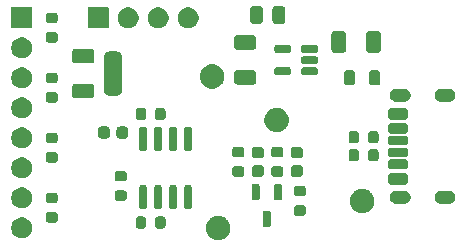
<source format=gbr>
%TF.GenerationSoftware,KiCad,Pcbnew,9.0.3-9.0.3-0~ubuntu22.04.1*%
%TF.CreationDate,2025-07-27T07:15:49-07:00*%
%TF.ProjectId,mixer-main,6d697865-722d-46d6-9169-6e2e6b696361,rev?*%
%TF.SameCoordinates,Original*%
%TF.FileFunction,Soldermask,Top*%
%TF.FilePolarity,Negative*%
%FSLAX46Y46*%
G04 Gerber Fmt 4.6, Leading zero omitted, Abs format (unit mm)*
G04 Created by KiCad (PCBNEW 9.0.3-9.0.3-0~ubuntu22.04.1) date 2025-07-27 07:15:49*
%MOMM*%
%LPD*%
G01*
G04 APERTURE LIST*
G04 APERTURE END LIST*
G36*
X141696513Y-90406998D02*
G01*
X141706742Y-90406998D01*
X141746714Y-90414949D01*
X141847268Y-90430875D01*
X141879613Y-90441384D01*
X141906315Y-90446696D01*
X141943992Y-90462302D01*
X142002147Y-90481198D01*
X142056626Y-90508957D01*
X142094310Y-90524566D01*
X142116950Y-90539694D01*
X142147253Y-90555134D01*
X142229629Y-90614983D01*
X142263500Y-90637615D01*
X142270728Y-90644843D01*
X142278996Y-90650850D01*
X142394149Y-90766003D01*
X142400155Y-90774270D01*
X142407385Y-90781500D01*
X142430019Y-90815374D01*
X142489865Y-90897746D01*
X142505303Y-90928046D01*
X142520434Y-90950690D01*
X142536045Y-90988378D01*
X142563801Y-91042852D01*
X142582694Y-91100999D01*
X142598304Y-91138685D01*
X142603616Y-91165391D01*
X142614124Y-91197731D01*
X142630049Y-91298277D01*
X142638002Y-91338258D01*
X142638002Y-91348487D01*
X142639600Y-91358577D01*
X142639600Y-91521422D01*
X142638002Y-91531511D01*
X142638002Y-91541742D01*
X142630048Y-91581725D01*
X142614124Y-91682268D01*
X142603616Y-91714605D01*
X142598304Y-91741315D01*
X142582692Y-91779004D01*
X142563801Y-91837147D01*
X142536047Y-91891616D01*
X142520434Y-91929310D01*
X142505301Y-91951957D01*
X142489865Y-91982253D01*
X142430027Y-92064612D01*
X142407385Y-92098500D01*
X142400153Y-92105731D01*
X142394149Y-92113996D01*
X142278996Y-92229149D01*
X142270731Y-92235153D01*
X142263500Y-92242385D01*
X142229612Y-92265027D01*
X142147253Y-92324865D01*
X142116957Y-92340301D01*
X142094310Y-92355434D01*
X142056616Y-92371047D01*
X142002147Y-92398801D01*
X141944004Y-92417692D01*
X141906315Y-92433304D01*
X141879605Y-92438616D01*
X141847268Y-92449124D01*
X141746723Y-92465049D01*
X141706742Y-92473002D01*
X141696512Y-92473002D01*
X141686423Y-92474600D01*
X141523577Y-92474600D01*
X141513488Y-92473002D01*
X141503258Y-92473002D01*
X141463277Y-92465049D01*
X141362731Y-92449124D01*
X141330391Y-92438616D01*
X141303685Y-92433304D01*
X141265999Y-92417694D01*
X141207852Y-92398801D01*
X141153378Y-92371045D01*
X141115690Y-92355434D01*
X141093046Y-92340303D01*
X141062746Y-92324865D01*
X140980374Y-92265019D01*
X140946500Y-92242385D01*
X140939270Y-92235155D01*
X140931003Y-92229149D01*
X140815850Y-92113996D01*
X140809843Y-92105728D01*
X140802615Y-92098500D01*
X140779983Y-92064629D01*
X140720134Y-91982253D01*
X140704694Y-91951950D01*
X140689566Y-91929310D01*
X140673957Y-91891626D01*
X140646198Y-91837147D01*
X140627302Y-91778992D01*
X140611696Y-91741315D01*
X140606384Y-91714613D01*
X140595875Y-91682268D01*
X140579949Y-91581716D01*
X140571998Y-91541742D01*
X140571998Y-91531511D01*
X140570400Y-91521422D01*
X140570400Y-91358577D01*
X140571998Y-91348487D01*
X140571998Y-91338258D01*
X140579948Y-91298287D01*
X140595875Y-91197731D01*
X140606385Y-91165383D01*
X140611696Y-91138685D01*
X140627301Y-91101010D01*
X140646198Y-91042852D01*
X140673959Y-90988368D01*
X140689566Y-90950690D01*
X140704691Y-90928052D01*
X140720134Y-90897746D01*
X140779991Y-90815357D01*
X140802615Y-90781500D01*
X140809840Y-90774274D01*
X140815850Y-90766003D01*
X140931003Y-90650850D01*
X140939274Y-90644840D01*
X140946500Y-90637615D01*
X140980357Y-90614991D01*
X141062746Y-90555134D01*
X141093052Y-90539691D01*
X141115690Y-90524566D01*
X141153368Y-90508959D01*
X141207852Y-90481198D01*
X141266010Y-90462301D01*
X141303685Y-90446696D01*
X141330383Y-90441385D01*
X141362731Y-90430875D01*
X141463287Y-90414948D01*
X141503258Y-90406998D01*
X141513487Y-90406998D01*
X141523577Y-90405400D01*
X141686423Y-90405400D01*
X141696513Y-90406998D01*
G37*
G36*
X125225773Y-90590237D02*
G01*
X125386600Y-90656854D01*
X125531341Y-90753567D01*
X125654433Y-90876659D01*
X125751146Y-91021400D01*
X125817763Y-91182227D01*
X125851724Y-91352961D01*
X125851724Y-91527039D01*
X125817763Y-91697773D01*
X125751146Y-91858600D01*
X125654433Y-92003341D01*
X125531341Y-92126433D01*
X125386600Y-92223146D01*
X125225773Y-92289763D01*
X125055039Y-92323724D01*
X124880961Y-92323724D01*
X124710227Y-92289763D01*
X124549400Y-92223146D01*
X124404659Y-92126433D01*
X124281567Y-92003341D01*
X124184854Y-91858600D01*
X124118237Y-91697773D01*
X124084276Y-91527039D01*
X124084276Y-91352961D01*
X124118237Y-91182227D01*
X124184854Y-91021400D01*
X124281567Y-90876659D01*
X124404659Y-90753567D01*
X124549400Y-90656854D01*
X124710227Y-90590237D01*
X124880961Y-90556276D01*
X125055039Y-90556276D01*
X125225773Y-90590237D01*
G37*
G36*
X135270257Y-90469045D02*
G01*
X135317111Y-90474481D01*
X135333121Y-90481550D01*
X135356079Y-90486117D01*
X135380657Y-90502540D01*
X135398868Y-90510581D01*
X135411305Y-90523018D01*
X135433291Y-90537709D01*
X135447981Y-90559694D01*
X135460418Y-90572131D01*
X135468458Y-90590339D01*
X135484883Y-90614921D01*
X135489450Y-90637881D01*
X135496518Y-90653888D01*
X135501952Y-90700731D01*
X135503000Y-90706000D01*
X135503000Y-91256000D01*
X135501951Y-91261269D01*
X135496518Y-91308111D01*
X135489450Y-91324117D01*
X135484883Y-91347079D01*
X135468456Y-91371662D01*
X135460418Y-91389868D01*
X135447983Y-91402302D01*
X135433291Y-91424291D01*
X135411302Y-91438983D01*
X135398868Y-91451418D01*
X135380662Y-91459456D01*
X135356079Y-91475883D01*
X135333117Y-91480450D01*
X135317111Y-91487518D01*
X135270269Y-91492951D01*
X135265000Y-91494000D01*
X134865000Y-91494000D01*
X134859731Y-91492952D01*
X134812888Y-91487518D01*
X134796881Y-91480450D01*
X134773921Y-91475883D01*
X134749339Y-91459458D01*
X134731131Y-91451418D01*
X134718694Y-91438981D01*
X134696709Y-91424291D01*
X134682018Y-91402305D01*
X134669581Y-91389868D01*
X134661540Y-91371657D01*
X134645117Y-91347079D01*
X134640550Y-91324121D01*
X134633481Y-91308111D01*
X134628045Y-91261257D01*
X134627000Y-91256000D01*
X134627000Y-90706000D01*
X134628045Y-90700743D01*
X134633481Y-90653888D01*
X134640550Y-90637876D01*
X134645117Y-90614921D01*
X134661538Y-90590344D01*
X134669581Y-90572131D01*
X134682020Y-90559691D01*
X134696709Y-90537709D01*
X134718691Y-90523020D01*
X134731131Y-90510581D01*
X134749344Y-90502538D01*
X134773921Y-90486117D01*
X134796876Y-90481550D01*
X134812888Y-90474481D01*
X134859743Y-90469045D01*
X134865000Y-90468000D01*
X135265000Y-90468000D01*
X135270257Y-90469045D01*
G37*
G36*
X136920257Y-90469045D02*
G01*
X136967111Y-90474481D01*
X136983121Y-90481550D01*
X137006079Y-90486117D01*
X137030657Y-90502540D01*
X137048868Y-90510581D01*
X137061305Y-90523018D01*
X137083291Y-90537709D01*
X137097981Y-90559694D01*
X137110418Y-90572131D01*
X137118458Y-90590339D01*
X137134883Y-90614921D01*
X137139450Y-90637881D01*
X137146518Y-90653888D01*
X137151952Y-90700731D01*
X137153000Y-90706000D01*
X137153000Y-91256000D01*
X137151951Y-91261269D01*
X137146518Y-91308111D01*
X137139450Y-91324117D01*
X137134883Y-91347079D01*
X137118456Y-91371662D01*
X137110418Y-91389868D01*
X137097983Y-91402302D01*
X137083291Y-91424291D01*
X137061302Y-91438983D01*
X137048868Y-91451418D01*
X137030662Y-91459456D01*
X137006079Y-91475883D01*
X136983117Y-91480450D01*
X136967111Y-91487518D01*
X136920269Y-91492951D01*
X136915000Y-91494000D01*
X136515000Y-91494000D01*
X136509731Y-91492952D01*
X136462888Y-91487518D01*
X136446881Y-91480450D01*
X136423921Y-91475883D01*
X136399339Y-91459458D01*
X136381131Y-91451418D01*
X136368694Y-91438981D01*
X136346709Y-91424291D01*
X136332018Y-91402305D01*
X136319581Y-91389868D01*
X136311540Y-91371657D01*
X136295117Y-91347079D01*
X136290550Y-91324121D01*
X136283481Y-91308111D01*
X136278045Y-91261257D01*
X136277000Y-91256000D01*
X136277000Y-90706000D01*
X136278045Y-90700743D01*
X136283481Y-90653888D01*
X136290550Y-90637876D01*
X136295117Y-90614921D01*
X136311538Y-90590344D01*
X136319581Y-90572131D01*
X136332020Y-90559691D01*
X136346709Y-90537709D01*
X136368691Y-90523020D01*
X136381131Y-90510581D01*
X136399344Y-90502538D01*
X136423921Y-90486117D01*
X136446876Y-90481550D01*
X136462888Y-90474481D01*
X136509743Y-90469045D01*
X136515000Y-90468000D01*
X136915000Y-90468000D01*
X136920257Y-90469045D01*
G37*
G36*
X145951944Y-89980811D02*
G01*
X146012936Y-90021564D01*
X146053689Y-90082556D01*
X146068000Y-90154500D01*
X146068000Y-91179500D01*
X146053689Y-91251444D01*
X146012936Y-91312436D01*
X145951944Y-91353189D01*
X145880000Y-91367500D01*
X145580000Y-91367500D01*
X145508056Y-91353189D01*
X145447064Y-91312436D01*
X145406311Y-91251444D01*
X145392000Y-91179500D01*
X145392000Y-90154500D01*
X145406311Y-90082556D01*
X145447064Y-90021564D01*
X145508056Y-89980811D01*
X145580000Y-89966500D01*
X145880000Y-89966500D01*
X145951944Y-89980811D01*
G37*
G36*
X127788257Y-90113045D02*
G01*
X127835111Y-90118481D01*
X127851121Y-90125550D01*
X127874079Y-90130117D01*
X127898657Y-90146540D01*
X127916868Y-90154581D01*
X127929305Y-90167018D01*
X127951291Y-90181709D01*
X127965981Y-90203694D01*
X127978418Y-90216131D01*
X127986458Y-90234339D01*
X128002883Y-90258921D01*
X128007450Y-90281881D01*
X128014518Y-90297888D01*
X128019952Y-90344731D01*
X128021000Y-90350000D01*
X128021000Y-90750000D01*
X128019951Y-90755269D01*
X128014518Y-90802111D01*
X128007450Y-90818117D01*
X128002883Y-90841079D01*
X127986456Y-90865662D01*
X127978418Y-90883868D01*
X127965983Y-90896302D01*
X127951291Y-90918291D01*
X127929302Y-90932983D01*
X127916868Y-90945418D01*
X127898662Y-90953456D01*
X127874079Y-90969883D01*
X127851117Y-90974450D01*
X127835111Y-90981518D01*
X127788269Y-90986951D01*
X127783000Y-90988000D01*
X127233000Y-90988000D01*
X127227731Y-90986952D01*
X127180888Y-90981518D01*
X127164881Y-90974450D01*
X127141921Y-90969883D01*
X127117339Y-90953458D01*
X127099131Y-90945418D01*
X127086694Y-90932981D01*
X127064709Y-90918291D01*
X127050018Y-90896305D01*
X127037581Y-90883868D01*
X127029540Y-90865657D01*
X127013117Y-90841079D01*
X127008550Y-90818121D01*
X127001481Y-90802111D01*
X126996045Y-90755257D01*
X126995000Y-90750000D01*
X126995000Y-90350000D01*
X126996045Y-90344743D01*
X127001481Y-90297888D01*
X127008550Y-90281876D01*
X127013117Y-90258921D01*
X127029538Y-90234344D01*
X127037581Y-90216131D01*
X127050020Y-90203691D01*
X127064709Y-90181709D01*
X127086691Y-90167020D01*
X127099131Y-90154581D01*
X127117344Y-90146538D01*
X127141921Y-90130117D01*
X127164876Y-90125550D01*
X127180888Y-90118481D01*
X127227743Y-90113045D01*
X127233000Y-90112000D01*
X127783000Y-90112000D01*
X127788257Y-90113045D01*
G37*
G36*
X148804257Y-89536545D02*
G01*
X148851111Y-89541981D01*
X148867121Y-89549050D01*
X148890079Y-89553617D01*
X148914657Y-89570040D01*
X148932868Y-89578081D01*
X148945305Y-89590518D01*
X148967291Y-89605209D01*
X148981981Y-89627194D01*
X148994418Y-89639631D01*
X149002458Y-89657839D01*
X149018883Y-89682421D01*
X149023450Y-89705381D01*
X149030518Y-89721388D01*
X149035952Y-89768231D01*
X149037000Y-89773500D01*
X149037000Y-90173500D01*
X149035951Y-90178769D01*
X149030518Y-90225611D01*
X149023450Y-90241617D01*
X149018883Y-90264579D01*
X149002456Y-90289162D01*
X148994418Y-90307368D01*
X148981983Y-90319802D01*
X148967291Y-90341791D01*
X148945302Y-90356483D01*
X148932868Y-90368918D01*
X148914662Y-90376956D01*
X148890079Y-90393383D01*
X148867117Y-90397950D01*
X148851111Y-90405018D01*
X148804269Y-90410451D01*
X148799000Y-90411500D01*
X148249000Y-90411500D01*
X148243731Y-90410452D01*
X148196888Y-90405018D01*
X148180881Y-90397950D01*
X148157921Y-90393383D01*
X148133339Y-90376958D01*
X148115131Y-90368918D01*
X148102694Y-90356481D01*
X148080709Y-90341791D01*
X148066018Y-90319805D01*
X148053581Y-90307368D01*
X148045540Y-90289157D01*
X148029117Y-90264579D01*
X148024550Y-90241621D01*
X148017481Y-90225611D01*
X148012045Y-90178757D01*
X148011000Y-90173500D01*
X148011000Y-89773500D01*
X148012045Y-89768243D01*
X148017481Y-89721388D01*
X148024550Y-89705376D01*
X148029117Y-89682421D01*
X148045538Y-89657844D01*
X148053581Y-89639631D01*
X148066020Y-89627191D01*
X148080709Y-89605209D01*
X148102691Y-89590520D01*
X148115131Y-89578081D01*
X148133344Y-89570038D01*
X148157921Y-89553617D01*
X148180876Y-89549050D01*
X148196888Y-89541981D01*
X148243743Y-89536545D01*
X148249000Y-89535500D01*
X148799000Y-89535500D01*
X148804257Y-89536545D01*
G37*
G36*
X153888513Y-88120998D02*
G01*
X153898742Y-88120998D01*
X153938714Y-88128949D01*
X154039268Y-88144875D01*
X154071613Y-88155384D01*
X154098315Y-88160696D01*
X154135992Y-88176302D01*
X154194147Y-88195198D01*
X154248626Y-88222957D01*
X154286310Y-88238566D01*
X154308950Y-88253694D01*
X154339253Y-88269134D01*
X154421629Y-88328983D01*
X154455500Y-88351615D01*
X154462728Y-88358843D01*
X154470996Y-88364850D01*
X154586149Y-88480003D01*
X154592155Y-88488270D01*
X154599385Y-88495500D01*
X154622019Y-88529374D01*
X154681865Y-88611746D01*
X154697303Y-88642046D01*
X154712434Y-88664690D01*
X154728045Y-88702378D01*
X154755801Y-88756852D01*
X154774694Y-88814999D01*
X154790304Y-88852685D01*
X154795616Y-88879391D01*
X154806124Y-88911731D01*
X154822049Y-89012277D01*
X154830002Y-89052258D01*
X154830002Y-89062487D01*
X154831600Y-89072577D01*
X154831600Y-89235422D01*
X154830002Y-89245511D01*
X154830002Y-89255742D01*
X154822048Y-89295725D01*
X154806124Y-89396268D01*
X154795616Y-89428605D01*
X154790304Y-89455315D01*
X154774692Y-89493004D01*
X154755801Y-89551147D01*
X154728047Y-89605616D01*
X154712434Y-89643310D01*
X154697301Y-89665957D01*
X154681865Y-89696253D01*
X154622027Y-89778612D01*
X154599385Y-89812500D01*
X154592153Y-89819731D01*
X154586149Y-89827996D01*
X154470996Y-89943149D01*
X154462731Y-89949153D01*
X154455500Y-89956385D01*
X154421612Y-89979027D01*
X154339253Y-90038865D01*
X154308957Y-90054301D01*
X154286310Y-90069434D01*
X154248616Y-90085047D01*
X154194147Y-90112801D01*
X154136004Y-90131692D01*
X154098315Y-90147304D01*
X154071605Y-90152616D01*
X154039268Y-90163124D01*
X153938723Y-90179049D01*
X153898742Y-90187002D01*
X153888512Y-90187002D01*
X153878423Y-90188600D01*
X153715577Y-90188600D01*
X153705488Y-90187002D01*
X153695258Y-90187002D01*
X153655277Y-90179049D01*
X153554731Y-90163124D01*
X153522391Y-90152616D01*
X153495685Y-90147304D01*
X153457999Y-90131694D01*
X153399852Y-90112801D01*
X153345378Y-90085045D01*
X153307690Y-90069434D01*
X153285046Y-90054303D01*
X153254746Y-90038865D01*
X153172374Y-89979019D01*
X153138500Y-89956385D01*
X153131270Y-89949155D01*
X153123003Y-89943149D01*
X153007850Y-89827996D01*
X153001843Y-89819728D01*
X152994615Y-89812500D01*
X152971983Y-89778629D01*
X152912134Y-89696253D01*
X152896694Y-89665950D01*
X152881566Y-89643310D01*
X152865957Y-89605626D01*
X152838198Y-89551147D01*
X152819302Y-89492992D01*
X152803696Y-89455315D01*
X152798384Y-89428613D01*
X152787875Y-89396268D01*
X152771949Y-89295716D01*
X152763998Y-89255742D01*
X152763998Y-89245511D01*
X152762400Y-89235422D01*
X152762400Y-89072577D01*
X152763998Y-89062487D01*
X152763998Y-89052258D01*
X152771948Y-89012287D01*
X152787875Y-88911731D01*
X152798385Y-88879383D01*
X152803696Y-88852685D01*
X152819301Y-88815010D01*
X152838198Y-88756852D01*
X152865959Y-88702368D01*
X152881566Y-88664690D01*
X152896691Y-88642052D01*
X152912134Y-88611746D01*
X152971991Y-88529357D01*
X152994615Y-88495500D01*
X153001840Y-88488274D01*
X153007850Y-88480003D01*
X153123003Y-88364850D01*
X153131274Y-88358840D01*
X153138500Y-88351615D01*
X153172357Y-88328991D01*
X153254746Y-88269134D01*
X153285052Y-88253691D01*
X153307690Y-88238566D01*
X153345368Y-88222959D01*
X153399852Y-88195198D01*
X153458010Y-88176301D01*
X153495685Y-88160696D01*
X153522383Y-88155385D01*
X153554731Y-88144875D01*
X153655287Y-88128948D01*
X153695258Y-88120998D01*
X153705487Y-88120998D01*
X153715577Y-88119400D01*
X153878423Y-88119400D01*
X153888513Y-88120998D01*
G37*
G36*
X135476944Y-87836311D02*
G01*
X135537936Y-87877064D01*
X135578689Y-87938056D01*
X135593000Y-88010000D01*
X135593000Y-89660000D01*
X135578689Y-89731944D01*
X135537936Y-89792936D01*
X135476944Y-89833689D01*
X135405000Y-89848000D01*
X135105000Y-89848000D01*
X135033056Y-89833689D01*
X134972064Y-89792936D01*
X134931311Y-89731944D01*
X134917000Y-89660000D01*
X134917000Y-88010000D01*
X134931311Y-87938056D01*
X134972064Y-87877064D01*
X135033056Y-87836311D01*
X135105000Y-87822000D01*
X135405000Y-87822000D01*
X135476944Y-87836311D01*
G37*
G36*
X136746944Y-87836311D02*
G01*
X136807936Y-87877064D01*
X136848689Y-87938056D01*
X136863000Y-88010000D01*
X136863000Y-89660000D01*
X136848689Y-89731944D01*
X136807936Y-89792936D01*
X136746944Y-89833689D01*
X136675000Y-89848000D01*
X136375000Y-89848000D01*
X136303056Y-89833689D01*
X136242064Y-89792936D01*
X136201311Y-89731944D01*
X136187000Y-89660000D01*
X136187000Y-88010000D01*
X136201311Y-87938056D01*
X136242064Y-87877064D01*
X136303056Y-87836311D01*
X136375000Y-87822000D01*
X136675000Y-87822000D01*
X136746944Y-87836311D01*
G37*
G36*
X138016944Y-87836311D02*
G01*
X138077936Y-87877064D01*
X138118689Y-87938056D01*
X138133000Y-88010000D01*
X138133000Y-89660000D01*
X138118689Y-89731944D01*
X138077936Y-89792936D01*
X138016944Y-89833689D01*
X137945000Y-89848000D01*
X137645000Y-89848000D01*
X137573056Y-89833689D01*
X137512064Y-89792936D01*
X137471311Y-89731944D01*
X137457000Y-89660000D01*
X137457000Y-88010000D01*
X137471311Y-87938056D01*
X137512064Y-87877064D01*
X137573056Y-87836311D01*
X137645000Y-87822000D01*
X137945000Y-87822000D01*
X138016944Y-87836311D01*
G37*
G36*
X139286944Y-87836311D02*
G01*
X139347936Y-87877064D01*
X139388689Y-87938056D01*
X139403000Y-88010000D01*
X139403000Y-89660000D01*
X139388689Y-89731944D01*
X139347936Y-89792936D01*
X139286944Y-89833689D01*
X139215000Y-89848000D01*
X138915000Y-89848000D01*
X138843056Y-89833689D01*
X138782064Y-89792936D01*
X138741311Y-89731944D01*
X138727000Y-89660000D01*
X138727000Y-88010000D01*
X138741311Y-87938056D01*
X138782064Y-87877064D01*
X138843056Y-87836311D01*
X138915000Y-87822000D01*
X139215000Y-87822000D01*
X139286944Y-87836311D01*
G37*
G36*
X125225773Y-88050237D02*
G01*
X125386600Y-88116854D01*
X125531341Y-88213567D01*
X125654433Y-88336659D01*
X125751146Y-88481400D01*
X125817763Y-88642227D01*
X125851724Y-88812961D01*
X125851724Y-88987039D01*
X125817763Y-89157773D01*
X125751146Y-89318600D01*
X125654433Y-89463341D01*
X125531341Y-89586433D01*
X125386600Y-89683146D01*
X125225773Y-89749763D01*
X125055039Y-89783724D01*
X124880961Y-89783724D01*
X124710227Y-89749763D01*
X124549400Y-89683146D01*
X124404659Y-89586433D01*
X124281567Y-89463341D01*
X124184854Y-89318600D01*
X124118237Y-89157773D01*
X124084276Y-88987039D01*
X124084276Y-88812961D01*
X124118237Y-88642227D01*
X124184854Y-88481400D01*
X124281567Y-88336659D01*
X124404659Y-88213567D01*
X124549400Y-88116854D01*
X124710227Y-88050237D01*
X124880961Y-88016276D01*
X125055039Y-88016276D01*
X125225773Y-88050237D01*
G37*
G36*
X157440223Y-88319603D02*
G01*
X157575884Y-88355953D01*
X157697514Y-88426176D01*
X157796824Y-88525486D01*
X157867047Y-88647116D01*
X157903397Y-88782777D01*
X157903397Y-88923223D01*
X157867047Y-89058884D01*
X157796824Y-89180514D01*
X157697514Y-89279824D01*
X157575884Y-89350047D01*
X157440223Y-89386397D01*
X157370000Y-89391000D01*
X157367870Y-89391000D01*
X156672130Y-89391000D01*
X156670000Y-89391000D01*
X156599777Y-89386397D01*
X156464116Y-89350047D01*
X156342486Y-89279824D01*
X156243176Y-89180514D01*
X156172953Y-89058884D01*
X156136603Y-88923223D01*
X156136603Y-88782777D01*
X156172953Y-88647116D01*
X156243176Y-88525486D01*
X156342486Y-88426176D01*
X156464116Y-88355953D01*
X156599777Y-88319603D01*
X156670000Y-88315000D01*
X157370000Y-88315000D01*
X157440223Y-88319603D01*
G37*
G36*
X161240223Y-88319603D02*
G01*
X161375884Y-88355953D01*
X161497514Y-88426176D01*
X161596824Y-88525486D01*
X161667047Y-88647116D01*
X161703397Y-88782777D01*
X161703397Y-88923223D01*
X161667047Y-89058884D01*
X161596824Y-89180514D01*
X161497514Y-89279824D01*
X161375884Y-89350047D01*
X161240223Y-89386397D01*
X161170000Y-89391000D01*
X161167870Y-89391000D01*
X160472130Y-89391000D01*
X160470000Y-89391000D01*
X160399777Y-89386397D01*
X160264116Y-89350047D01*
X160142486Y-89279824D01*
X160043176Y-89180514D01*
X159972953Y-89058884D01*
X159936603Y-88923223D01*
X159936603Y-88782777D01*
X159972953Y-88647116D01*
X160043176Y-88525486D01*
X160142486Y-88426176D01*
X160264116Y-88355953D01*
X160399777Y-88319603D01*
X160470000Y-88315000D01*
X161170000Y-88315000D01*
X161240223Y-88319603D01*
G37*
G36*
X127788257Y-88463045D02*
G01*
X127835111Y-88468481D01*
X127851121Y-88475550D01*
X127874079Y-88480117D01*
X127898657Y-88496540D01*
X127916868Y-88504581D01*
X127929305Y-88517018D01*
X127951291Y-88531709D01*
X127965981Y-88553694D01*
X127978418Y-88566131D01*
X127986458Y-88584339D01*
X128002883Y-88608921D01*
X128007450Y-88631881D01*
X128014518Y-88647888D01*
X128019952Y-88694731D01*
X128021000Y-88700000D01*
X128021000Y-89100000D01*
X128019951Y-89105269D01*
X128014518Y-89152111D01*
X128007450Y-89168117D01*
X128002883Y-89191079D01*
X127986456Y-89215662D01*
X127978418Y-89233868D01*
X127965983Y-89246302D01*
X127951291Y-89268291D01*
X127929302Y-89282983D01*
X127916868Y-89295418D01*
X127898662Y-89303456D01*
X127874079Y-89319883D01*
X127851117Y-89324450D01*
X127835111Y-89331518D01*
X127788269Y-89336951D01*
X127783000Y-89338000D01*
X127233000Y-89338000D01*
X127227731Y-89336952D01*
X127180888Y-89331518D01*
X127164881Y-89324450D01*
X127141921Y-89319883D01*
X127117339Y-89303458D01*
X127099131Y-89295418D01*
X127086694Y-89282981D01*
X127064709Y-89268291D01*
X127050018Y-89246305D01*
X127037581Y-89233868D01*
X127029540Y-89215657D01*
X127013117Y-89191079D01*
X127008550Y-89168121D01*
X127001481Y-89152111D01*
X126996045Y-89105257D01*
X126995000Y-89100000D01*
X126995000Y-88700000D01*
X126996045Y-88694743D01*
X127001481Y-88647888D01*
X127008550Y-88631876D01*
X127013117Y-88608921D01*
X127029538Y-88584344D01*
X127037581Y-88566131D01*
X127050020Y-88553691D01*
X127064709Y-88531709D01*
X127086691Y-88517020D01*
X127099131Y-88504581D01*
X127117344Y-88496538D01*
X127141921Y-88480117D01*
X127164876Y-88475550D01*
X127180888Y-88468481D01*
X127227743Y-88463045D01*
X127233000Y-88462000D01*
X127783000Y-88462000D01*
X127788257Y-88463045D01*
G37*
G36*
X133630257Y-88272045D02*
G01*
X133677111Y-88277481D01*
X133693121Y-88284550D01*
X133716079Y-88289117D01*
X133740657Y-88305540D01*
X133758868Y-88313581D01*
X133771305Y-88326018D01*
X133793291Y-88340709D01*
X133807981Y-88362694D01*
X133820418Y-88375131D01*
X133828458Y-88393339D01*
X133844883Y-88417921D01*
X133849450Y-88440881D01*
X133856518Y-88456888D01*
X133861952Y-88503731D01*
X133863000Y-88509000D01*
X133863000Y-88909000D01*
X133861951Y-88914269D01*
X133856518Y-88961111D01*
X133849450Y-88977117D01*
X133844883Y-89000079D01*
X133828456Y-89024662D01*
X133820418Y-89042868D01*
X133807983Y-89055302D01*
X133793291Y-89077291D01*
X133771302Y-89091983D01*
X133758868Y-89104418D01*
X133740662Y-89112456D01*
X133716079Y-89128883D01*
X133693117Y-89133450D01*
X133677111Y-89140518D01*
X133630269Y-89145951D01*
X133625000Y-89147000D01*
X133075000Y-89147000D01*
X133069731Y-89145952D01*
X133022888Y-89140518D01*
X133006881Y-89133450D01*
X132983921Y-89128883D01*
X132959339Y-89112458D01*
X132941131Y-89104418D01*
X132928694Y-89091981D01*
X132906709Y-89077291D01*
X132892018Y-89055305D01*
X132879581Y-89042868D01*
X132871540Y-89024657D01*
X132855117Y-89000079D01*
X132850550Y-88977121D01*
X132843481Y-88961111D01*
X132838045Y-88914257D01*
X132837000Y-88909000D01*
X132837000Y-88509000D01*
X132838045Y-88503743D01*
X132843481Y-88456888D01*
X132850550Y-88440876D01*
X132855117Y-88417921D01*
X132871538Y-88393344D01*
X132879581Y-88375131D01*
X132892020Y-88362691D01*
X132906709Y-88340709D01*
X132928691Y-88326020D01*
X132941131Y-88313581D01*
X132959344Y-88305538D01*
X132983921Y-88289117D01*
X133006876Y-88284550D01*
X133022888Y-88277481D01*
X133069743Y-88272045D01*
X133075000Y-88271000D01*
X133625000Y-88271000D01*
X133630257Y-88272045D01*
G37*
G36*
X145001944Y-87705811D02*
G01*
X145062936Y-87746564D01*
X145103689Y-87807556D01*
X145118000Y-87879500D01*
X145118000Y-88904500D01*
X145103689Y-88976444D01*
X145062936Y-89037436D01*
X145001944Y-89078189D01*
X144930000Y-89092500D01*
X144630000Y-89092500D01*
X144558056Y-89078189D01*
X144497064Y-89037436D01*
X144456311Y-88976444D01*
X144442000Y-88904500D01*
X144442000Y-87879500D01*
X144456311Y-87807556D01*
X144497064Y-87746564D01*
X144558056Y-87705811D01*
X144630000Y-87691500D01*
X144930000Y-87691500D01*
X145001944Y-87705811D01*
G37*
G36*
X146901944Y-87705811D02*
G01*
X146962936Y-87746564D01*
X147003689Y-87807556D01*
X147018000Y-87879500D01*
X147018000Y-88904500D01*
X147003689Y-88976444D01*
X146962936Y-89037436D01*
X146901944Y-89078189D01*
X146830000Y-89092500D01*
X146530000Y-89092500D01*
X146458056Y-89078189D01*
X146397064Y-89037436D01*
X146356311Y-88976444D01*
X146342000Y-88904500D01*
X146342000Y-87879500D01*
X146356311Y-87807556D01*
X146397064Y-87746564D01*
X146458056Y-87705811D01*
X146530000Y-87691500D01*
X146830000Y-87691500D01*
X146901944Y-87705811D01*
G37*
G36*
X148804257Y-87886545D02*
G01*
X148851111Y-87891981D01*
X148867121Y-87899050D01*
X148890079Y-87903617D01*
X148914657Y-87920040D01*
X148932868Y-87928081D01*
X148945305Y-87940518D01*
X148967291Y-87955209D01*
X148981981Y-87977194D01*
X148994418Y-87989631D01*
X149002458Y-88007839D01*
X149018883Y-88032421D01*
X149023450Y-88055381D01*
X149030518Y-88071388D01*
X149035952Y-88118231D01*
X149037000Y-88123500D01*
X149037000Y-88523500D01*
X149035951Y-88528769D01*
X149030518Y-88575611D01*
X149023450Y-88591617D01*
X149018883Y-88614579D01*
X149002456Y-88639162D01*
X148994418Y-88657368D01*
X148981983Y-88669802D01*
X148967291Y-88691791D01*
X148945302Y-88706483D01*
X148932868Y-88718918D01*
X148914662Y-88726956D01*
X148890079Y-88743383D01*
X148867117Y-88747950D01*
X148851111Y-88755018D01*
X148804269Y-88760451D01*
X148799000Y-88761500D01*
X148249000Y-88761500D01*
X148243731Y-88760452D01*
X148196888Y-88755018D01*
X148180881Y-88747950D01*
X148157921Y-88743383D01*
X148133339Y-88726958D01*
X148115131Y-88718918D01*
X148102694Y-88706481D01*
X148080709Y-88691791D01*
X148066018Y-88669805D01*
X148053581Y-88657368D01*
X148045540Y-88639157D01*
X148029117Y-88614579D01*
X148024550Y-88591621D01*
X148017481Y-88575611D01*
X148012045Y-88528757D01*
X148011000Y-88523500D01*
X148011000Y-88123500D01*
X148012045Y-88118243D01*
X148017481Y-88071388D01*
X148024550Y-88055376D01*
X148029117Y-88032421D01*
X148045538Y-88007844D01*
X148053581Y-87989631D01*
X148066020Y-87977191D01*
X148080709Y-87955209D01*
X148102691Y-87940520D01*
X148115131Y-87928081D01*
X148133344Y-87920038D01*
X148157921Y-87903617D01*
X148180876Y-87899050D01*
X148196888Y-87891981D01*
X148243743Y-87886545D01*
X148249000Y-87885500D01*
X148799000Y-87885500D01*
X148804257Y-87886545D01*
G37*
G36*
X157423338Y-86796658D02*
G01*
X157481489Y-86804314D01*
X157496117Y-86811135D01*
X157515646Y-86815020D01*
X157541512Y-86832303D01*
X157565275Y-86843384D01*
X157579731Y-86857840D01*
X157600969Y-86872031D01*
X157615159Y-86893268D01*
X157629615Y-86907724D01*
X157640694Y-86931485D01*
X157657980Y-86957354D01*
X157661864Y-86976884D01*
X157668685Y-86991510D01*
X157676338Y-87049648D01*
X157678000Y-87058000D01*
X157678000Y-87508000D01*
X157676338Y-87516353D01*
X157668685Y-87574489D01*
X157661865Y-87589114D01*
X157657980Y-87608646D01*
X157640693Y-87634517D01*
X157629615Y-87658275D01*
X157615161Y-87672728D01*
X157600969Y-87693969D01*
X157579728Y-87708161D01*
X157565275Y-87722615D01*
X157541517Y-87733693D01*
X157515646Y-87750980D01*
X157496114Y-87754865D01*
X157481489Y-87761685D01*
X157423353Y-87769338D01*
X157415000Y-87771000D01*
X156265000Y-87771000D01*
X156256648Y-87769338D01*
X156198510Y-87761685D01*
X156183884Y-87754864D01*
X156164354Y-87750980D01*
X156138485Y-87733694D01*
X156114724Y-87722615D01*
X156100268Y-87708159D01*
X156079031Y-87693969D01*
X156064840Y-87672731D01*
X156050384Y-87658275D01*
X156039303Y-87634512D01*
X156022020Y-87608646D01*
X156018135Y-87589117D01*
X156011314Y-87574489D01*
X156003658Y-87516338D01*
X156002000Y-87508000D01*
X156002000Y-87058000D01*
X156003658Y-87049663D01*
X156011314Y-86991510D01*
X156018135Y-86976880D01*
X156022020Y-86957354D01*
X156039301Y-86931490D01*
X156050384Y-86907724D01*
X156064842Y-86893265D01*
X156079031Y-86872031D01*
X156100265Y-86857842D01*
X156114724Y-86843384D01*
X156138490Y-86832301D01*
X156164354Y-86815020D01*
X156183880Y-86811135D01*
X156198510Y-86804314D01*
X156256663Y-86796658D01*
X156265000Y-86795000D01*
X157415000Y-86795000D01*
X157423338Y-86796658D01*
G37*
G36*
X133630257Y-86622045D02*
G01*
X133677111Y-86627481D01*
X133693121Y-86634550D01*
X133716079Y-86639117D01*
X133740657Y-86655540D01*
X133758868Y-86663581D01*
X133771305Y-86676018D01*
X133793291Y-86690709D01*
X133807981Y-86712694D01*
X133820418Y-86725131D01*
X133828458Y-86743339D01*
X133844883Y-86767921D01*
X133849450Y-86790881D01*
X133856518Y-86806888D01*
X133861952Y-86853731D01*
X133863000Y-86859000D01*
X133863000Y-87259000D01*
X133861951Y-87264269D01*
X133856518Y-87311111D01*
X133849450Y-87327117D01*
X133844883Y-87350079D01*
X133828456Y-87374662D01*
X133820418Y-87392868D01*
X133807983Y-87405302D01*
X133793291Y-87427291D01*
X133771302Y-87441983D01*
X133758868Y-87454418D01*
X133740662Y-87462456D01*
X133716079Y-87478883D01*
X133693117Y-87483450D01*
X133677111Y-87490518D01*
X133630269Y-87495951D01*
X133625000Y-87497000D01*
X133075000Y-87497000D01*
X133069731Y-87495952D01*
X133022888Y-87490518D01*
X133006881Y-87483450D01*
X132983921Y-87478883D01*
X132959339Y-87462458D01*
X132941131Y-87454418D01*
X132928694Y-87441981D01*
X132906709Y-87427291D01*
X132892018Y-87405305D01*
X132879581Y-87392868D01*
X132871540Y-87374657D01*
X132855117Y-87350079D01*
X132850550Y-87327121D01*
X132843481Y-87311111D01*
X132838045Y-87264257D01*
X132837000Y-87259000D01*
X132837000Y-86859000D01*
X132838045Y-86853743D01*
X132843481Y-86806888D01*
X132850550Y-86790876D01*
X132855117Y-86767921D01*
X132871538Y-86743344D01*
X132879581Y-86725131D01*
X132892020Y-86712691D01*
X132906709Y-86690709D01*
X132928691Y-86676020D01*
X132941131Y-86663581D01*
X132959344Y-86655538D01*
X132983921Y-86639117D01*
X133006876Y-86634550D01*
X133022888Y-86627481D01*
X133069743Y-86622045D01*
X133075000Y-86621000D01*
X133625000Y-86621000D01*
X133630257Y-86622045D01*
G37*
G36*
X125225773Y-85510237D02*
G01*
X125386600Y-85576854D01*
X125531341Y-85673567D01*
X125654433Y-85796659D01*
X125751146Y-85941400D01*
X125817763Y-86102227D01*
X125851724Y-86272961D01*
X125851724Y-86447039D01*
X125817763Y-86617773D01*
X125751146Y-86778600D01*
X125654433Y-86923341D01*
X125531341Y-87046433D01*
X125386600Y-87143146D01*
X125225773Y-87209763D01*
X125055039Y-87243724D01*
X124880961Y-87243724D01*
X124710227Y-87209763D01*
X124549400Y-87143146D01*
X124404659Y-87046433D01*
X124281567Y-86923341D01*
X124184854Y-86778600D01*
X124118237Y-86617773D01*
X124084276Y-86447039D01*
X124084276Y-86272961D01*
X124118237Y-86102227D01*
X124184854Y-85941400D01*
X124281567Y-85796659D01*
X124404659Y-85673567D01*
X124549400Y-85576854D01*
X124710227Y-85510237D01*
X124880961Y-85476276D01*
X125055039Y-85476276D01*
X125225773Y-85510237D01*
G37*
G36*
X143597257Y-86234545D02*
G01*
X143644111Y-86239981D01*
X143660121Y-86247050D01*
X143683079Y-86251617D01*
X143707657Y-86268040D01*
X143725868Y-86276081D01*
X143738305Y-86288518D01*
X143760291Y-86303209D01*
X143774981Y-86325194D01*
X143787418Y-86337631D01*
X143795458Y-86355839D01*
X143811883Y-86380421D01*
X143816450Y-86403381D01*
X143823518Y-86419388D01*
X143828952Y-86466231D01*
X143830000Y-86471500D01*
X143830000Y-86871500D01*
X143828951Y-86876769D01*
X143823518Y-86923611D01*
X143816450Y-86939617D01*
X143811883Y-86962579D01*
X143795456Y-86987162D01*
X143787418Y-87005368D01*
X143774983Y-87017802D01*
X143760291Y-87039791D01*
X143738302Y-87054483D01*
X143725868Y-87066918D01*
X143707662Y-87074956D01*
X143683079Y-87091383D01*
X143660117Y-87095950D01*
X143644111Y-87103018D01*
X143597269Y-87108451D01*
X143592000Y-87109500D01*
X143042000Y-87109500D01*
X143036731Y-87108452D01*
X142989888Y-87103018D01*
X142973881Y-87095950D01*
X142950921Y-87091383D01*
X142926339Y-87074958D01*
X142908131Y-87066918D01*
X142895694Y-87054481D01*
X142873709Y-87039791D01*
X142859018Y-87017805D01*
X142846581Y-87005368D01*
X142838540Y-86987157D01*
X142822117Y-86962579D01*
X142817550Y-86939621D01*
X142810481Y-86923611D01*
X142805045Y-86876757D01*
X142804000Y-86871500D01*
X142804000Y-86471500D01*
X142805045Y-86466243D01*
X142810481Y-86419388D01*
X142817550Y-86403376D01*
X142822117Y-86380421D01*
X142838538Y-86355844D01*
X142846581Y-86337631D01*
X142859020Y-86325191D01*
X142873709Y-86303209D01*
X142895691Y-86288520D01*
X142908131Y-86276081D01*
X142926344Y-86268038D01*
X142950921Y-86251617D01*
X142973876Y-86247050D01*
X142989888Y-86239981D01*
X143036743Y-86234545D01*
X143042000Y-86233500D01*
X143592000Y-86233500D01*
X143597257Y-86234545D01*
G37*
G36*
X145226338Y-86135158D02*
G01*
X145284489Y-86142814D01*
X145299117Y-86149635D01*
X145318646Y-86153520D01*
X145344512Y-86170803D01*
X145368275Y-86181884D01*
X145382731Y-86196340D01*
X145403969Y-86210531D01*
X145418159Y-86231768D01*
X145432615Y-86246224D01*
X145443694Y-86269985D01*
X145460980Y-86295854D01*
X145464864Y-86315384D01*
X145471685Y-86330010D01*
X145479338Y-86388148D01*
X145481000Y-86396500D01*
X145481000Y-86846500D01*
X145479338Y-86854853D01*
X145471685Y-86912989D01*
X145464865Y-86927614D01*
X145460980Y-86947146D01*
X145443693Y-86973017D01*
X145432615Y-86996775D01*
X145418161Y-87011228D01*
X145403969Y-87032469D01*
X145382728Y-87046661D01*
X145368275Y-87061115D01*
X145344517Y-87072193D01*
X145318646Y-87089480D01*
X145299114Y-87093365D01*
X145284489Y-87100185D01*
X145226353Y-87107838D01*
X145218000Y-87109500D01*
X144718000Y-87109500D01*
X144709648Y-87107838D01*
X144651510Y-87100185D01*
X144636884Y-87093364D01*
X144617354Y-87089480D01*
X144591485Y-87072194D01*
X144567724Y-87061115D01*
X144553268Y-87046659D01*
X144532031Y-87032469D01*
X144517840Y-87011231D01*
X144503384Y-86996775D01*
X144492303Y-86973012D01*
X144475020Y-86947146D01*
X144471135Y-86927617D01*
X144464314Y-86912989D01*
X144456658Y-86854838D01*
X144455000Y-86846500D01*
X144455000Y-86396500D01*
X144456658Y-86388163D01*
X144464314Y-86330010D01*
X144471135Y-86315380D01*
X144475020Y-86295854D01*
X144492301Y-86269990D01*
X144503384Y-86246224D01*
X144517842Y-86231765D01*
X144532031Y-86210531D01*
X144553265Y-86196342D01*
X144567724Y-86181884D01*
X144591490Y-86170801D01*
X144617354Y-86153520D01*
X144636880Y-86149635D01*
X144651510Y-86142814D01*
X144709663Y-86135158D01*
X144718000Y-86133500D01*
X145218000Y-86133500D01*
X145226338Y-86135158D01*
G37*
G36*
X146899257Y-86234545D02*
G01*
X146946111Y-86239981D01*
X146962121Y-86247050D01*
X146985079Y-86251617D01*
X147009657Y-86268040D01*
X147027868Y-86276081D01*
X147040305Y-86288518D01*
X147062291Y-86303209D01*
X147076981Y-86325194D01*
X147089418Y-86337631D01*
X147097458Y-86355839D01*
X147113883Y-86380421D01*
X147118450Y-86403381D01*
X147125518Y-86419388D01*
X147130952Y-86466231D01*
X147132000Y-86471500D01*
X147132000Y-86871500D01*
X147130951Y-86876769D01*
X147125518Y-86923611D01*
X147118450Y-86939617D01*
X147113883Y-86962579D01*
X147097456Y-86987162D01*
X147089418Y-87005368D01*
X147076983Y-87017802D01*
X147062291Y-87039791D01*
X147040302Y-87054483D01*
X147027868Y-87066918D01*
X147009662Y-87074956D01*
X146985079Y-87091383D01*
X146962117Y-87095950D01*
X146946111Y-87103018D01*
X146899269Y-87108451D01*
X146894000Y-87109500D01*
X146344000Y-87109500D01*
X146338731Y-87108452D01*
X146291888Y-87103018D01*
X146275881Y-87095950D01*
X146252921Y-87091383D01*
X146228339Y-87074958D01*
X146210131Y-87066918D01*
X146197694Y-87054481D01*
X146175709Y-87039791D01*
X146161018Y-87017805D01*
X146148581Y-87005368D01*
X146140540Y-86987157D01*
X146124117Y-86962579D01*
X146119550Y-86939621D01*
X146112481Y-86923611D01*
X146107045Y-86876757D01*
X146106000Y-86871500D01*
X146106000Y-86471500D01*
X146107045Y-86466243D01*
X146112481Y-86419388D01*
X146119550Y-86403376D01*
X146124117Y-86380421D01*
X146140538Y-86355844D01*
X146148581Y-86337631D01*
X146161020Y-86325191D01*
X146175709Y-86303209D01*
X146197691Y-86288520D01*
X146210131Y-86276081D01*
X146228344Y-86268038D01*
X146252921Y-86251617D01*
X146275876Y-86247050D01*
X146291888Y-86239981D01*
X146338743Y-86234545D01*
X146344000Y-86233500D01*
X146894000Y-86233500D01*
X146899257Y-86234545D01*
G37*
G36*
X148528338Y-86135158D02*
G01*
X148586489Y-86142814D01*
X148601117Y-86149635D01*
X148620646Y-86153520D01*
X148646512Y-86170803D01*
X148670275Y-86181884D01*
X148684731Y-86196340D01*
X148705969Y-86210531D01*
X148720159Y-86231768D01*
X148734615Y-86246224D01*
X148745694Y-86269985D01*
X148762980Y-86295854D01*
X148766864Y-86315384D01*
X148773685Y-86330010D01*
X148781338Y-86388148D01*
X148783000Y-86396500D01*
X148783000Y-86846500D01*
X148781338Y-86854853D01*
X148773685Y-86912989D01*
X148766865Y-86927614D01*
X148762980Y-86947146D01*
X148745693Y-86973017D01*
X148734615Y-86996775D01*
X148720161Y-87011228D01*
X148705969Y-87032469D01*
X148684728Y-87046661D01*
X148670275Y-87061115D01*
X148646517Y-87072193D01*
X148620646Y-87089480D01*
X148601114Y-87093365D01*
X148586489Y-87100185D01*
X148528353Y-87107838D01*
X148520000Y-87109500D01*
X148020000Y-87109500D01*
X148011648Y-87107838D01*
X147953510Y-87100185D01*
X147938884Y-87093364D01*
X147919354Y-87089480D01*
X147893485Y-87072194D01*
X147869724Y-87061115D01*
X147855268Y-87046659D01*
X147834031Y-87032469D01*
X147819840Y-87011231D01*
X147805384Y-86996775D01*
X147794303Y-86973012D01*
X147777020Y-86947146D01*
X147773135Y-86927617D01*
X147766314Y-86912989D01*
X147758658Y-86854838D01*
X147757000Y-86846500D01*
X147757000Y-86396500D01*
X147758658Y-86388163D01*
X147766314Y-86330010D01*
X147773135Y-86315380D01*
X147777020Y-86295854D01*
X147794301Y-86269990D01*
X147805384Y-86246224D01*
X147819842Y-86231765D01*
X147834031Y-86210531D01*
X147855265Y-86196342D01*
X147869724Y-86181884D01*
X147893490Y-86170801D01*
X147919354Y-86153520D01*
X147938880Y-86149635D01*
X147953510Y-86142814D01*
X148011663Y-86135158D01*
X148020000Y-86133500D01*
X148520000Y-86133500D01*
X148528338Y-86135158D01*
G37*
G36*
X157445257Y-85616045D02*
G01*
X157492111Y-85621481D01*
X157508121Y-85628550D01*
X157531079Y-85633117D01*
X157555657Y-85649540D01*
X157573868Y-85657581D01*
X157586305Y-85670018D01*
X157608291Y-85684709D01*
X157622981Y-85706694D01*
X157635418Y-85719131D01*
X157643458Y-85737339D01*
X157659883Y-85761921D01*
X157664450Y-85784881D01*
X157671518Y-85800888D01*
X157676952Y-85847731D01*
X157678000Y-85853000D01*
X157678000Y-86253000D01*
X157676951Y-86258269D01*
X157671518Y-86305111D01*
X157664450Y-86321117D01*
X157659883Y-86344079D01*
X157643456Y-86368662D01*
X157635418Y-86386868D01*
X157622983Y-86399302D01*
X157608291Y-86421291D01*
X157586302Y-86435983D01*
X157573868Y-86448418D01*
X157555662Y-86456456D01*
X157531079Y-86472883D01*
X157508117Y-86477450D01*
X157492111Y-86484518D01*
X157445269Y-86489951D01*
X157440000Y-86491000D01*
X156240000Y-86491000D01*
X156234731Y-86489952D01*
X156187888Y-86484518D01*
X156171881Y-86477450D01*
X156148921Y-86472883D01*
X156124339Y-86456458D01*
X156106131Y-86448418D01*
X156093694Y-86435981D01*
X156071709Y-86421291D01*
X156057018Y-86399305D01*
X156044581Y-86386868D01*
X156036540Y-86368657D01*
X156020117Y-86344079D01*
X156015550Y-86321121D01*
X156008481Y-86305111D01*
X156003045Y-86258257D01*
X156002000Y-86253000D01*
X156002000Y-85853000D01*
X156003045Y-85847743D01*
X156008481Y-85800888D01*
X156015550Y-85784876D01*
X156020117Y-85761921D01*
X156036538Y-85737344D01*
X156044581Y-85719131D01*
X156057020Y-85706691D01*
X156071709Y-85684709D01*
X156093691Y-85670020D01*
X156106131Y-85657581D01*
X156124344Y-85649538D01*
X156148921Y-85633117D01*
X156171876Y-85628550D01*
X156187888Y-85621481D01*
X156234743Y-85616045D01*
X156240000Y-85615000D01*
X157440000Y-85615000D01*
X157445257Y-85616045D01*
G37*
G36*
X127788257Y-85033045D02*
G01*
X127835111Y-85038481D01*
X127851121Y-85045550D01*
X127874079Y-85050117D01*
X127898657Y-85066540D01*
X127916868Y-85074581D01*
X127929305Y-85087018D01*
X127951291Y-85101709D01*
X127965981Y-85123694D01*
X127978418Y-85136131D01*
X127986458Y-85154339D01*
X128002883Y-85178921D01*
X128007450Y-85201881D01*
X128014518Y-85217888D01*
X128019952Y-85264731D01*
X128021000Y-85270000D01*
X128021000Y-85670000D01*
X128019951Y-85675269D01*
X128014518Y-85722111D01*
X128007450Y-85738117D01*
X128002883Y-85761079D01*
X127986456Y-85785662D01*
X127978418Y-85803868D01*
X127965983Y-85816302D01*
X127951291Y-85838291D01*
X127929302Y-85852983D01*
X127916868Y-85865418D01*
X127898662Y-85873456D01*
X127874079Y-85889883D01*
X127851117Y-85894450D01*
X127835111Y-85901518D01*
X127788269Y-85906951D01*
X127783000Y-85908000D01*
X127233000Y-85908000D01*
X127227731Y-85906952D01*
X127180888Y-85901518D01*
X127164881Y-85894450D01*
X127141921Y-85889883D01*
X127117339Y-85873458D01*
X127099131Y-85865418D01*
X127086694Y-85852981D01*
X127064709Y-85838291D01*
X127050018Y-85816305D01*
X127037581Y-85803868D01*
X127029540Y-85785657D01*
X127013117Y-85761079D01*
X127008550Y-85738121D01*
X127001481Y-85722111D01*
X126996045Y-85675257D01*
X126995000Y-85670000D01*
X126995000Y-85270000D01*
X126996045Y-85264743D01*
X127001481Y-85217888D01*
X127008550Y-85201876D01*
X127013117Y-85178921D01*
X127029538Y-85154344D01*
X127037581Y-85136131D01*
X127050020Y-85123691D01*
X127064709Y-85101709D01*
X127086691Y-85087020D01*
X127099131Y-85074581D01*
X127117344Y-85066538D01*
X127141921Y-85050117D01*
X127164876Y-85045550D01*
X127180888Y-85038481D01*
X127227743Y-85033045D01*
X127233000Y-85032000D01*
X127783000Y-85032000D01*
X127788257Y-85033045D01*
G37*
G36*
X153304257Y-84783045D02*
G01*
X153351111Y-84788481D01*
X153367121Y-84795550D01*
X153390079Y-84800117D01*
X153414657Y-84816540D01*
X153432868Y-84824581D01*
X153445305Y-84837018D01*
X153467291Y-84851709D01*
X153481981Y-84873694D01*
X153494418Y-84886131D01*
X153502458Y-84904339D01*
X153518883Y-84928921D01*
X153523450Y-84951881D01*
X153530518Y-84967888D01*
X153535952Y-85014731D01*
X153537000Y-85020000D01*
X153537000Y-85570000D01*
X153535951Y-85575269D01*
X153530518Y-85622111D01*
X153523450Y-85638117D01*
X153518883Y-85661079D01*
X153502456Y-85685662D01*
X153494418Y-85703868D01*
X153481983Y-85716302D01*
X153467291Y-85738291D01*
X153445302Y-85752983D01*
X153432868Y-85765418D01*
X153414662Y-85773456D01*
X153390079Y-85789883D01*
X153367117Y-85794450D01*
X153351111Y-85801518D01*
X153304269Y-85806951D01*
X153299000Y-85808000D01*
X152899000Y-85808000D01*
X152893731Y-85806952D01*
X152846888Y-85801518D01*
X152830881Y-85794450D01*
X152807921Y-85789883D01*
X152783339Y-85773458D01*
X152765131Y-85765418D01*
X152752694Y-85752981D01*
X152730709Y-85738291D01*
X152716018Y-85716305D01*
X152703581Y-85703868D01*
X152695540Y-85685657D01*
X152679117Y-85661079D01*
X152674550Y-85638121D01*
X152667481Y-85622111D01*
X152662045Y-85575257D01*
X152661000Y-85570000D01*
X152661000Y-85020000D01*
X152662045Y-85014743D01*
X152667481Y-84967888D01*
X152674550Y-84951876D01*
X152679117Y-84928921D01*
X152695538Y-84904344D01*
X152703581Y-84886131D01*
X152716020Y-84873691D01*
X152730709Y-84851709D01*
X152752691Y-84837020D01*
X152765131Y-84824581D01*
X152783344Y-84816538D01*
X152807921Y-84800117D01*
X152830876Y-84795550D01*
X152846888Y-84788481D01*
X152893743Y-84783045D01*
X152899000Y-84782000D01*
X153299000Y-84782000D01*
X153304257Y-84783045D01*
G37*
G36*
X154954257Y-84783045D02*
G01*
X155001111Y-84788481D01*
X155017121Y-84795550D01*
X155040079Y-84800117D01*
X155064657Y-84816540D01*
X155082868Y-84824581D01*
X155095305Y-84837018D01*
X155117291Y-84851709D01*
X155131981Y-84873694D01*
X155144418Y-84886131D01*
X155152458Y-84904339D01*
X155168883Y-84928921D01*
X155173450Y-84951881D01*
X155180518Y-84967888D01*
X155185952Y-85014731D01*
X155187000Y-85020000D01*
X155187000Y-85570000D01*
X155185951Y-85575269D01*
X155180518Y-85622111D01*
X155173450Y-85638117D01*
X155168883Y-85661079D01*
X155152456Y-85685662D01*
X155144418Y-85703868D01*
X155131983Y-85716302D01*
X155117291Y-85738291D01*
X155095302Y-85752983D01*
X155082868Y-85765418D01*
X155064662Y-85773456D01*
X155040079Y-85789883D01*
X155017117Y-85794450D01*
X155001111Y-85801518D01*
X154954269Y-85806951D01*
X154949000Y-85808000D01*
X154549000Y-85808000D01*
X154543731Y-85806952D01*
X154496888Y-85801518D01*
X154480881Y-85794450D01*
X154457921Y-85789883D01*
X154433339Y-85773458D01*
X154415131Y-85765418D01*
X154402694Y-85752981D01*
X154380709Y-85738291D01*
X154366018Y-85716305D01*
X154353581Y-85703868D01*
X154345540Y-85685657D01*
X154329117Y-85661079D01*
X154324550Y-85638121D01*
X154317481Y-85622111D01*
X154312045Y-85575257D01*
X154311000Y-85570000D01*
X154311000Y-85020000D01*
X154312045Y-85014743D01*
X154317481Y-84967888D01*
X154324550Y-84951876D01*
X154329117Y-84928921D01*
X154345538Y-84904344D01*
X154353581Y-84886131D01*
X154366020Y-84873691D01*
X154380709Y-84851709D01*
X154402691Y-84837020D01*
X154415131Y-84824581D01*
X154433344Y-84816538D01*
X154457921Y-84800117D01*
X154480876Y-84795550D01*
X154496888Y-84788481D01*
X154543743Y-84783045D01*
X154549000Y-84782000D01*
X154949000Y-84782000D01*
X154954257Y-84783045D01*
G37*
G36*
X145226338Y-84585158D02*
G01*
X145284489Y-84592814D01*
X145299117Y-84599635D01*
X145318646Y-84603520D01*
X145344512Y-84620803D01*
X145368275Y-84631884D01*
X145382731Y-84646340D01*
X145403969Y-84660531D01*
X145418159Y-84681768D01*
X145432615Y-84696224D01*
X145443694Y-84719985D01*
X145460980Y-84745854D01*
X145464864Y-84765384D01*
X145471685Y-84780010D01*
X145479338Y-84838148D01*
X145481000Y-84846500D01*
X145481000Y-85296500D01*
X145479338Y-85304853D01*
X145471685Y-85362989D01*
X145464865Y-85377614D01*
X145460980Y-85397146D01*
X145443693Y-85423017D01*
X145432615Y-85446775D01*
X145418161Y-85461228D01*
X145403969Y-85482469D01*
X145382728Y-85496661D01*
X145368275Y-85511115D01*
X145344517Y-85522193D01*
X145318646Y-85539480D01*
X145299114Y-85543365D01*
X145284489Y-85550185D01*
X145226353Y-85557838D01*
X145218000Y-85559500D01*
X144718000Y-85559500D01*
X144709648Y-85557838D01*
X144651510Y-85550185D01*
X144636884Y-85543364D01*
X144617354Y-85539480D01*
X144591485Y-85522194D01*
X144567724Y-85511115D01*
X144553268Y-85496659D01*
X144532031Y-85482469D01*
X144517840Y-85461231D01*
X144503384Y-85446775D01*
X144492303Y-85423012D01*
X144475020Y-85397146D01*
X144471135Y-85377617D01*
X144464314Y-85362989D01*
X144456658Y-85304838D01*
X144455000Y-85296500D01*
X144455000Y-84846500D01*
X144456658Y-84838163D01*
X144464314Y-84780010D01*
X144471135Y-84765380D01*
X144475020Y-84745854D01*
X144492301Y-84719990D01*
X144503384Y-84696224D01*
X144517842Y-84681765D01*
X144532031Y-84660531D01*
X144553265Y-84646342D01*
X144567724Y-84631884D01*
X144591490Y-84620801D01*
X144617354Y-84603520D01*
X144636880Y-84599635D01*
X144651510Y-84592814D01*
X144709663Y-84585158D01*
X144718000Y-84583500D01*
X145218000Y-84583500D01*
X145226338Y-84585158D01*
G37*
G36*
X148528338Y-84585158D02*
G01*
X148586489Y-84592814D01*
X148601117Y-84599635D01*
X148620646Y-84603520D01*
X148646512Y-84620803D01*
X148670275Y-84631884D01*
X148684731Y-84646340D01*
X148705969Y-84660531D01*
X148720159Y-84681768D01*
X148734615Y-84696224D01*
X148745694Y-84719985D01*
X148762980Y-84745854D01*
X148766864Y-84765384D01*
X148773685Y-84780010D01*
X148781338Y-84838148D01*
X148783000Y-84846500D01*
X148783000Y-85296500D01*
X148781338Y-85304853D01*
X148773685Y-85362989D01*
X148766865Y-85377614D01*
X148762980Y-85397146D01*
X148745693Y-85423017D01*
X148734615Y-85446775D01*
X148720161Y-85461228D01*
X148705969Y-85482469D01*
X148684728Y-85496661D01*
X148670275Y-85511115D01*
X148646517Y-85522193D01*
X148620646Y-85539480D01*
X148601114Y-85543365D01*
X148586489Y-85550185D01*
X148528353Y-85557838D01*
X148520000Y-85559500D01*
X148020000Y-85559500D01*
X148011648Y-85557838D01*
X147953510Y-85550185D01*
X147938884Y-85543364D01*
X147919354Y-85539480D01*
X147893485Y-85522194D01*
X147869724Y-85511115D01*
X147855268Y-85496659D01*
X147834031Y-85482469D01*
X147819840Y-85461231D01*
X147805384Y-85446775D01*
X147794303Y-85423012D01*
X147777020Y-85397146D01*
X147773135Y-85377617D01*
X147766314Y-85362989D01*
X147758658Y-85304838D01*
X147757000Y-85296500D01*
X147757000Y-84846500D01*
X147758658Y-84838163D01*
X147766314Y-84780010D01*
X147773135Y-84765380D01*
X147777020Y-84745854D01*
X147794301Y-84719990D01*
X147805384Y-84696224D01*
X147819842Y-84681765D01*
X147834031Y-84660531D01*
X147855265Y-84646342D01*
X147869724Y-84631884D01*
X147893490Y-84620801D01*
X147919354Y-84603520D01*
X147938880Y-84599635D01*
X147953510Y-84592814D01*
X148011663Y-84585158D01*
X148020000Y-84583500D01*
X148520000Y-84583500D01*
X148528338Y-84585158D01*
G37*
G36*
X143597257Y-84584545D02*
G01*
X143644111Y-84589981D01*
X143660121Y-84597050D01*
X143683079Y-84601617D01*
X143707657Y-84618040D01*
X143725868Y-84626081D01*
X143738305Y-84638518D01*
X143760291Y-84653209D01*
X143774981Y-84675194D01*
X143787418Y-84687631D01*
X143795458Y-84705839D01*
X143811883Y-84730421D01*
X143816450Y-84753381D01*
X143823518Y-84769388D01*
X143828952Y-84816231D01*
X143830000Y-84821500D01*
X143830000Y-85221500D01*
X143828951Y-85226769D01*
X143823518Y-85273611D01*
X143816450Y-85289617D01*
X143811883Y-85312579D01*
X143795456Y-85337162D01*
X143787418Y-85355368D01*
X143774983Y-85367802D01*
X143760291Y-85389791D01*
X143738302Y-85404483D01*
X143725868Y-85416918D01*
X143707662Y-85424956D01*
X143683079Y-85441383D01*
X143660117Y-85445950D01*
X143644111Y-85453018D01*
X143597269Y-85458451D01*
X143592000Y-85459500D01*
X143042000Y-85459500D01*
X143036731Y-85458452D01*
X142989888Y-85453018D01*
X142973881Y-85445950D01*
X142950921Y-85441383D01*
X142926339Y-85424958D01*
X142908131Y-85416918D01*
X142895694Y-85404481D01*
X142873709Y-85389791D01*
X142859018Y-85367805D01*
X142846581Y-85355368D01*
X142838540Y-85337157D01*
X142822117Y-85312579D01*
X142817550Y-85289621D01*
X142810481Y-85273611D01*
X142805045Y-85226757D01*
X142804000Y-85221500D01*
X142804000Y-84821500D01*
X142805045Y-84816243D01*
X142810481Y-84769388D01*
X142817550Y-84753376D01*
X142822117Y-84730421D01*
X142838538Y-84705844D01*
X142846581Y-84687631D01*
X142859020Y-84675191D01*
X142873709Y-84653209D01*
X142895691Y-84638520D01*
X142908131Y-84626081D01*
X142926344Y-84618038D01*
X142950921Y-84601617D01*
X142973876Y-84597050D01*
X142989888Y-84589981D01*
X143036743Y-84584545D01*
X143042000Y-84583500D01*
X143592000Y-84583500D01*
X143597257Y-84584545D01*
G37*
G36*
X146899257Y-84584545D02*
G01*
X146946111Y-84589981D01*
X146962121Y-84597050D01*
X146985079Y-84601617D01*
X147009657Y-84618040D01*
X147027868Y-84626081D01*
X147040305Y-84638518D01*
X147062291Y-84653209D01*
X147076981Y-84675194D01*
X147089418Y-84687631D01*
X147097458Y-84705839D01*
X147113883Y-84730421D01*
X147118450Y-84753381D01*
X147125518Y-84769388D01*
X147130952Y-84816231D01*
X147132000Y-84821500D01*
X147132000Y-85221500D01*
X147130951Y-85226769D01*
X147125518Y-85273611D01*
X147118450Y-85289617D01*
X147113883Y-85312579D01*
X147097456Y-85337162D01*
X147089418Y-85355368D01*
X147076983Y-85367802D01*
X147062291Y-85389791D01*
X147040302Y-85404483D01*
X147027868Y-85416918D01*
X147009662Y-85424956D01*
X146985079Y-85441383D01*
X146962117Y-85445950D01*
X146946111Y-85453018D01*
X146899269Y-85458451D01*
X146894000Y-85459500D01*
X146344000Y-85459500D01*
X146338731Y-85458452D01*
X146291888Y-85453018D01*
X146275881Y-85445950D01*
X146252921Y-85441383D01*
X146228339Y-85424958D01*
X146210131Y-85416918D01*
X146197694Y-85404481D01*
X146175709Y-85389791D01*
X146161018Y-85367805D01*
X146148581Y-85355368D01*
X146140540Y-85337157D01*
X146124117Y-85312579D01*
X146119550Y-85289621D01*
X146112481Y-85273611D01*
X146107045Y-85226757D01*
X146106000Y-85221500D01*
X146106000Y-84821500D01*
X146107045Y-84816243D01*
X146112481Y-84769388D01*
X146119550Y-84753376D01*
X146124117Y-84730421D01*
X146140538Y-84705844D01*
X146148581Y-84687631D01*
X146161020Y-84675191D01*
X146175709Y-84653209D01*
X146197691Y-84638520D01*
X146210131Y-84626081D01*
X146228344Y-84618038D01*
X146252921Y-84601617D01*
X146275876Y-84597050D01*
X146291888Y-84589981D01*
X146338743Y-84584545D01*
X146344000Y-84583500D01*
X146894000Y-84583500D01*
X146899257Y-84584545D01*
G37*
G36*
X157470257Y-84646045D02*
G01*
X157511390Y-84650817D01*
X157525446Y-84657023D01*
X157546512Y-84661214D01*
X157569067Y-84676285D01*
X157584737Y-84683204D01*
X157595437Y-84693904D01*
X157615614Y-84707386D01*
X157629095Y-84727562D01*
X157639795Y-84738262D01*
X157646713Y-84753929D01*
X157661786Y-84776488D01*
X157665976Y-84797555D01*
X157672182Y-84811609D01*
X157676952Y-84852732D01*
X157678000Y-84858000D01*
X157678000Y-85208000D01*
X157676951Y-85213269D01*
X157672182Y-85254390D01*
X157665977Y-85268442D01*
X157661786Y-85289512D01*
X157646711Y-85312072D01*
X157639795Y-85327737D01*
X157629097Y-85338434D01*
X157615614Y-85358614D01*
X157595434Y-85372097D01*
X157584737Y-85382795D01*
X157569072Y-85389711D01*
X157546512Y-85404786D01*
X157525442Y-85408977D01*
X157511390Y-85415182D01*
X157470269Y-85419951D01*
X157465000Y-85421000D01*
X156215000Y-85421000D01*
X156209732Y-85419952D01*
X156168609Y-85415182D01*
X156154555Y-85408976D01*
X156133488Y-85404786D01*
X156110929Y-85389713D01*
X156095262Y-85382795D01*
X156084562Y-85372095D01*
X156064386Y-85358614D01*
X156050904Y-85338437D01*
X156040204Y-85327737D01*
X156033285Y-85312067D01*
X156018214Y-85289512D01*
X156014023Y-85268446D01*
X156007817Y-85254390D01*
X156003045Y-85213257D01*
X156002000Y-85208000D01*
X156002000Y-84858000D01*
X156003045Y-84852744D01*
X156007817Y-84811609D01*
X156014024Y-84797551D01*
X156018214Y-84776488D01*
X156033283Y-84753934D01*
X156040204Y-84738262D01*
X156050906Y-84727559D01*
X156064386Y-84707386D01*
X156084559Y-84693906D01*
X156095262Y-84683204D01*
X156110934Y-84676283D01*
X156133488Y-84661214D01*
X156154551Y-84657024D01*
X156168609Y-84650817D01*
X156209744Y-84646045D01*
X156215000Y-84645000D01*
X157465000Y-84645000D01*
X157470257Y-84646045D01*
G37*
G36*
X135476944Y-82886311D02*
G01*
X135537936Y-82927064D01*
X135578689Y-82988056D01*
X135593000Y-83060000D01*
X135593000Y-84710000D01*
X135578689Y-84781944D01*
X135537936Y-84842936D01*
X135476944Y-84883689D01*
X135405000Y-84898000D01*
X135105000Y-84898000D01*
X135033056Y-84883689D01*
X134972064Y-84842936D01*
X134931311Y-84781944D01*
X134917000Y-84710000D01*
X134917000Y-83060000D01*
X134931311Y-82988056D01*
X134972064Y-82927064D01*
X135033056Y-82886311D01*
X135105000Y-82872000D01*
X135405000Y-82872000D01*
X135476944Y-82886311D01*
G37*
G36*
X136746944Y-82886311D02*
G01*
X136807936Y-82927064D01*
X136848689Y-82988056D01*
X136863000Y-83060000D01*
X136863000Y-84710000D01*
X136848689Y-84781944D01*
X136807936Y-84842936D01*
X136746944Y-84883689D01*
X136675000Y-84898000D01*
X136375000Y-84898000D01*
X136303056Y-84883689D01*
X136242064Y-84842936D01*
X136201311Y-84781944D01*
X136187000Y-84710000D01*
X136187000Y-83060000D01*
X136201311Y-82988056D01*
X136242064Y-82927064D01*
X136303056Y-82886311D01*
X136375000Y-82872000D01*
X136675000Y-82872000D01*
X136746944Y-82886311D01*
G37*
G36*
X138016944Y-82886311D02*
G01*
X138077936Y-82927064D01*
X138118689Y-82988056D01*
X138133000Y-83060000D01*
X138133000Y-84710000D01*
X138118689Y-84781944D01*
X138077936Y-84842936D01*
X138016944Y-84883689D01*
X137945000Y-84898000D01*
X137645000Y-84898000D01*
X137573056Y-84883689D01*
X137512064Y-84842936D01*
X137471311Y-84781944D01*
X137457000Y-84710000D01*
X137457000Y-83060000D01*
X137471311Y-82988056D01*
X137512064Y-82927064D01*
X137573056Y-82886311D01*
X137645000Y-82872000D01*
X137945000Y-82872000D01*
X138016944Y-82886311D01*
G37*
G36*
X139286944Y-82886311D02*
G01*
X139347936Y-82927064D01*
X139388689Y-82988056D01*
X139403000Y-83060000D01*
X139403000Y-84710000D01*
X139388689Y-84781944D01*
X139347936Y-84842936D01*
X139286944Y-84883689D01*
X139215000Y-84898000D01*
X138915000Y-84898000D01*
X138843056Y-84883689D01*
X138782064Y-84842936D01*
X138741311Y-84781944D01*
X138727000Y-84710000D01*
X138727000Y-83060000D01*
X138741311Y-82988056D01*
X138782064Y-82927064D01*
X138843056Y-82886311D01*
X138915000Y-82872000D01*
X139215000Y-82872000D01*
X139286944Y-82886311D01*
G37*
G36*
X125225773Y-82970237D02*
G01*
X125386600Y-83036854D01*
X125531341Y-83133567D01*
X125654433Y-83256659D01*
X125751146Y-83401400D01*
X125817763Y-83562227D01*
X125851724Y-83732961D01*
X125851724Y-83907039D01*
X125817763Y-84077773D01*
X125751146Y-84238600D01*
X125654433Y-84383341D01*
X125531341Y-84506433D01*
X125386600Y-84603146D01*
X125225773Y-84669763D01*
X125055039Y-84703724D01*
X124880961Y-84703724D01*
X124710227Y-84669763D01*
X124549400Y-84603146D01*
X124404659Y-84506433D01*
X124281567Y-84383341D01*
X124184854Y-84238600D01*
X124118237Y-84077773D01*
X124084276Y-83907039D01*
X124084276Y-83732961D01*
X124118237Y-83562227D01*
X124184854Y-83401400D01*
X124281567Y-83256659D01*
X124404659Y-83133567D01*
X124549400Y-83036854D01*
X124710227Y-82970237D01*
X124880961Y-82936276D01*
X125055039Y-82936276D01*
X125225773Y-82970237D01*
G37*
G36*
X157470257Y-83646045D02*
G01*
X157511390Y-83650817D01*
X157525446Y-83657023D01*
X157546512Y-83661214D01*
X157569067Y-83676285D01*
X157584737Y-83683204D01*
X157595437Y-83693904D01*
X157615614Y-83707386D01*
X157629095Y-83727562D01*
X157639795Y-83738262D01*
X157646713Y-83753929D01*
X157661786Y-83776488D01*
X157665976Y-83797555D01*
X157672182Y-83811609D01*
X157676952Y-83852732D01*
X157678000Y-83858000D01*
X157678000Y-84208000D01*
X157676951Y-84213269D01*
X157672182Y-84254390D01*
X157665977Y-84268442D01*
X157661786Y-84289512D01*
X157646711Y-84312072D01*
X157639795Y-84327737D01*
X157629097Y-84338434D01*
X157615614Y-84358614D01*
X157595434Y-84372097D01*
X157584737Y-84382795D01*
X157569072Y-84389711D01*
X157546512Y-84404786D01*
X157525442Y-84408977D01*
X157511390Y-84415182D01*
X157470269Y-84419951D01*
X157465000Y-84421000D01*
X156215000Y-84421000D01*
X156209732Y-84419952D01*
X156168609Y-84415182D01*
X156154555Y-84408976D01*
X156133488Y-84404786D01*
X156110929Y-84389713D01*
X156095262Y-84382795D01*
X156084562Y-84372095D01*
X156064386Y-84358614D01*
X156050904Y-84338437D01*
X156040204Y-84327737D01*
X156033285Y-84312067D01*
X156018214Y-84289512D01*
X156014023Y-84268446D01*
X156007817Y-84254390D01*
X156003045Y-84213257D01*
X156002000Y-84208000D01*
X156002000Y-83858000D01*
X156003045Y-83852744D01*
X156007817Y-83811609D01*
X156014024Y-83797551D01*
X156018214Y-83776488D01*
X156033283Y-83753934D01*
X156040204Y-83738262D01*
X156050906Y-83727559D01*
X156064386Y-83707386D01*
X156084559Y-83693906D01*
X156095262Y-83683204D01*
X156110934Y-83676283D01*
X156133488Y-83661214D01*
X156154551Y-83657024D01*
X156168609Y-83650817D01*
X156209744Y-83646045D01*
X156215000Y-83645000D01*
X157465000Y-83645000D01*
X157470257Y-83646045D01*
G37*
G36*
X153304257Y-83259045D02*
G01*
X153351111Y-83264481D01*
X153367121Y-83271550D01*
X153390079Y-83276117D01*
X153414657Y-83292540D01*
X153432868Y-83300581D01*
X153445305Y-83313018D01*
X153467291Y-83327709D01*
X153481981Y-83349694D01*
X153494418Y-83362131D01*
X153502458Y-83380339D01*
X153518883Y-83404921D01*
X153523450Y-83427881D01*
X153530518Y-83443888D01*
X153535952Y-83490731D01*
X153537000Y-83496000D01*
X153537000Y-84046000D01*
X153535951Y-84051269D01*
X153530518Y-84098111D01*
X153523450Y-84114117D01*
X153518883Y-84137079D01*
X153502456Y-84161662D01*
X153494418Y-84179868D01*
X153481983Y-84192302D01*
X153467291Y-84214291D01*
X153445302Y-84228983D01*
X153432868Y-84241418D01*
X153414662Y-84249456D01*
X153390079Y-84265883D01*
X153367117Y-84270450D01*
X153351111Y-84277518D01*
X153304269Y-84282951D01*
X153299000Y-84284000D01*
X152899000Y-84284000D01*
X152893731Y-84282952D01*
X152846888Y-84277518D01*
X152830881Y-84270450D01*
X152807921Y-84265883D01*
X152783339Y-84249458D01*
X152765131Y-84241418D01*
X152752694Y-84228981D01*
X152730709Y-84214291D01*
X152716018Y-84192305D01*
X152703581Y-84179868D01*
X152695540Y-84161657D01*
X152679117Y-84137079D01*
X152674550Y-84114121D01*
X152667481Y-84098111D01*
X152662045Y-84051257D01*
X152661000Y-84046000D01*
X152661000Y-83496000D01*
X152662045Y-83490743D01*
X152667481Y-83443888D01*
X152674550Y-83427876D01*
X152679117Y-83404921D01*
X152695538Y-83380344D01*
X152703581Y-83362131D01*
X152716020Y-83349691D01*
X152730709Y-83327709D01*
X152752691Y-83313020D01*
X152765131Y-83300581D01*
X152783344Y-83292538D01*
X152807921Y-83276117D01*
X152830876Y-83271550D01*
X152846888Y-83264481D01*
X152893743Y-83259045D01*
X152899000Y-83258000D01*
X153299000Y-83258000D01*
X153304257Y-83259045D01*
G37*
G36*
X154954257Y-83259045D02*
G01*
X155001111Y-83264481D01*
X155017121Y-83271550D01*
X155040079Y-83276117D01*
X155064657Y-83292540D01*
X155082868Y-83300581D01*
X155095305Y-83313018D01*
X155117291Y-83327709D01*
X155131981Y-83349694D01*
X155144418Y-83362131D01*
X155152458Y-83380339D01*
X155168883Y-83404921D01*
X155173450Y-83427881D01*
X155180518Y-83443888D01*
X155185952Y-83490731D01*
X155187000Y-83496000D01*
X155187000Y-84046000D01*
X155185951Y-84051269D01*
X155180518Y-84098111D01*
X155173450Y-84114117D01*
X155168883Y-84137079D01*
X155152456Y-84161662D01*
X155144418Y-84179868D01*
X155131983Y-84192302D01*
X155117291Y-84214291D01*
X155095302Y-84228983D01*
X155082868Y-84241418D01*
X155064662Y-84249456D01*
X155040079Y-84265883D01*
X155017117Y-84270450D01*
X155001111Y-84277518D01*
X154954269Y-84282951D01*
X154949000Y-84284000D01*
X154549000Y-84284000D01*
X154543731Y-84282952D01*
X154496888Y-84277518D01*
X154480881Y-84270450D01*
X154457921Y-84265883D01*
X154433339Y-84249458D01*
X154415131Y-84241418D01*
X154402694Y-84228981D01*
X154380709Y-84214291D01*
X154366018Y-84192305D01*
X154353581Y-84179868D01*
X154345540Y-84161657D01*
X154329117Y-84137079D01*
X154324550Y-84114121D01*
X154317481Y-84098111D01*
X154312045Y-84051257D01*
X154311000Y-84046000D01*
X154311000Y-83496000D01*
X154312045Y-83490743D01*
X154317481Y-83443888D01*
X154324550Y-83427876D01*
X154329117Y-83404921D01*
X154345538Y-83380344D01*
X154353581Y-83362131D01*
X154366020Y-83349691D01*
X154380709Y-83327709D01*
X154402691Y-83313020D01*
X154415131Y-83300581D01*
X154433344Y-83292538D01*
X154457921Y-83276117D01*
X154480876Y-83271550D01*
X154496888Y-83264481D01*
X154543743Y-83259045D01*
X154549000Y-83258000D01*
X154949000Y-83258000D01*
X154954257Y-83259045D01*
G37*
G36*
X127788257Y-83383045D02*
G01*
X127835111Y-83388481D01*
X127851121Y-83395550D01*
X127874079Y-83400117D01*
X127898657Y-83416540D01*
X127916868Y-83424581D01*
X127929305Y-83437018D01*
X127951291Y-83451709D01*
X127965981Y-83473694D01*
X127978418Y-83486131D01*
X127986458Y-83504339D01*
X128002883Y-83528921D01*
X128007450Y-83551881D01*
X128014518Y-83567888D01*
X128019952Y-83614731D01*
X128021000Y-83620000D01*
X128021000Y-84020000D01*
X128019951Y-84025269D01*
X128014518Y-84072111D01*
X128007450Y-84088117D01*
X128002883Y-84111079D01*
X127986456Y-84135662D01*
X127978418Y-84153868D01*
X127965983Y-84166302D01*
X127951291Y-84188291D01*
X127929302Y-84202983D01*
X127916868Y-84215418D01*
X127898662Y-84223456D01*
X127874079Y-84239883D01*
X127851117Y-84244450D01*
X127835111Y-84251518D01*
X127788269Y-84256951D01*
X127783000Y-84258000D01*
X127233000Y-84258000D01*
X127227731Y-84256952D01*
X127180888Y-84251518D01*
X127164881Y-84244450D01*
X127141921Y-84239883D01*
X127117339Y-84223458D01*
X127099131Y-84215418D01*
X127086694Y-84202981D01*
X127064709Y-84188291D01*
X127050018Y-84166305D01*
X127037581Y-84153868D01*
X127029540Y-84135657D01*
X127013117Y-84111079D01*
X127008550Y-84088121D01*
X127001481Y-84072111D01*
X126996045Y-84025257D01*
X126995000Y-84020000D01*
X126995000Y-83620000D01*
X126996045Y-83614743D01*
X127001481Y-83567888D01*
X127008550Y-83551876D01*
X127013117Y-83528921D01*
X127029538Y-83504344D01*
X127037581Y-83486131D01*
X127050020Y-83473691D01*
X127064709Y-83451709D01*
X127086691Y-83437020D01*
X127099131Y-83424581D01*
X127117344Y-83416538D01*
X127141921Y-83400117D01*
X127164876Y-83395550D01*
X127180888Y-83388481D01*
X127227743Y-83383045D01*
X127233000Y-83382000D01*
X127783000Y-83382000D01*
X127788257Y-83383045D01*
G37*
G36*
X132173338Y-82849658D02*
G01*
X132231489Y-82857314D01*
X132246117Y-82864135D01*
X132265646Y-82868020D01*
X132291512Y-82885303D01*
X132315275Y-82896384D01*
X132329731Y-82910840D01*
X132350969Y-82925031D01*
X132365159Y-82946268D01*
X132379615Y-82960724D01*
X132390694Y-82984485D01*
X132407980Y-83010354D01*
X132411864Y-83029884D01*
X132418685Y-83044510D01*
X132426338Y-83102648D01*
X132428000Y-83111000D01*
X132428000Y-83611000D01*
X132426338Y-83619353D01*
X132418685Y-83677489D01*
X132411865Y-83692114D01*
X132407980Y-83711646D01*
X132390693Y-83737517D01*
X132379615Y-83761275D01*
X132365161Y-83775728D01*
X132350969Y-83796969D01*
X132329728Y-83811161D01*
X132315275Y-83825615D01*
X132291517Y-83836693D01*
X132265646Y-83853980D01*
X132246114Y-83857865D01*
X132231489Y-83864685D01*
X132173353Y-83872338D01*
X132165000Y-83874000D01*
X131715000Y-83874000D01*
X131706648Y-83872338D01*
X131648510Y-83864685D01*
X131633884Y-83857864D01*
X131614354Y-83853980D01*
X131588485Y-83836694D01*
X131564724Y-83825615D01*
X131550268Y-83811159D01*
X131529031Y-83796969D01*
X131514840Y-83775731D01*
X131500384Y-83761275D01*
X131489303Y-83737512D01*
X131472020Y-83711646D01*
X131468135Y-83692117D01*
X131461314Y-83677489D01*
X131453658Y-83619338D01*
X131452000Y-83611000D01*
X131452000Y-83111000D01*
X131453658Y-83102663D01*
X131461314Y-83044510D01*
X131468135Y-83029880D01*
X131472020Y-83010354D01*
X131489301Y-82984490D01*
X131500384Y-82960724D01*
X131514842Y-82946265D01*
X131529031Y-82925031D01*
X131550265Y-82910842D01*
X131564724Y-82896384D01*
X131588490Y-82885301D01*
X131614354Y-82868020D01*
X131633880Y-82864135D01*
X131648510Y-82857314D01*
X131706663Y-82849658D01*
X131715000Y-82848000D01*
X132165000Y-82848000D01*
X132173338Y-82849658D01*
G37*
G36*
X133723338Y-82849658D02*
G01*
X133781489Y-82857314D01*
X133796117Y-82864135D01*
X133815646Y-82868020D01*
X133841512Y-82885303D01*
X133865275Y-82896384D01*
X133879731Y-82910840D01*
X133900969Y-82925031D01*
X133915159Y-82946268D01*
X133929615Y-82960724D01*
X133940694Y-82984485D01*
X133957980Y-83010354D01*
X133961864Y-83029884D01*
X133968685Y-83044510D01*
X133976338Y-83102648D01*
X133978000Y-83111000D01*
X133978000Y-83611000D01*
X133976338Y-83619353D01*
X133968685Y-83677489D01*
X133961865Y-83692114D01*
X133957980Y-83711646D01*
X133940693Y-83737517D01*
X133929615Y-83761275D01*
X133915161Y-83775728D01*
X133900969Y-83796969D01*
X133879728Y-83811161D01*
X133865275Y-83825615D01*
X133841517Y-83836693D01*
X133815646Y-83853980D01*
X133796114Y-83857865D01*
X133781489Y-83864685D01*
X133723353Y-83872338D01*
X133715000Y-83874000D01*
X133265000Y-83874000D01*
X133256648Y-83872338D01*
X133198510Y-83864685D01*
X133183884Y-83857864D01*
X133164354Y-83853980D01*
X133138485Y-83836694D01*
X133114724Y-83825615D01*
X133100268Y-83811159D01*
X133079031Y-83796969D01*
X133064840Y-83775731D01*
X133050384Y-83761275D01*
X133039303Y-83737512D01*
X133022020Y-83711646D01*
X133018135Y-83692117D01*
X133011314Y-83677489D01*
X133003658Y-83619338D01*
X133002000Y-83611000D01*
X133002000Y-83111000D01*
X133003658Y-83102663D01*
X133011314Y-83044510D01*
X133018135Y-83029880D01*
X133022020Y-83010354D01*
X133039301Y-82984490D01*
X133050384Y-82960724D01*
X133064842Y-82946265D01*
X133079031Y-82925031D01*
X133100265Y-82910842D01*
X133114724Y-82896384D01*
X133138490Y-82885301D01*
X133164354Y-82868020D01*
X133183880Y-82864135D01*
X133198510Y-82857314D01*
X133256663Y-82849658D01*
X133265000Y-82848000D01*
X133715000Y-82848000D01*
X133723338Y-82849658D01*
G37*
G36*
X157445257Y-82576045D02*
G01*
X157492111Y-82581481D01*
X157508121Y-82588550D01*
X157531079Y-82593117D01*
X157555657Y-82609540D01*
X157573868Y-82617581D01*
X157586305Y-82630018D01*
X157608291Y-82644709D01*
X157622981Y-82666694D01*
X157635418Y-82679131D01*
X157643458Y-82697339D01*
X157659883Y-82721921D01*
X157664450Y-82744881D01*
X157671518Y-82760888D01*
X157676952Y-82807731D01*
X157678000Y-82813000D01*
X157678000Y-83213000D01*
X157676951Y-83218269D01*
X157671518Y-83265111D01*
X157664450Y-83281117D01*
X157659883Y-83304079D01*
X157643456Y-83328662D01*
X157635418Y-83346868D01*
X157622983Y-83359302D01*
X157608291Y-83381291D01*
X157586302Y-83395983D01*
X157573868Y-83408418D01*
X157555662Y-83416456D01*
X157531079Y-83432883D01*
X157508117Y-83437450D01*
X157492111Y-83444518D01*
X157445269Y-83449951D01*
X157440000Y-83451000D01*
X156240000Y-83451000D01*
X156234731Y-83449952D01*
X156187888Y-83444518D01*
X156171881Y-83437450D01*
X156148921Y-83432883D01*
X156124339Y-83416458D01*
X156106131Y-83408418D01*
X156093694Y-83395981D01*
X156071709Y-83381291D01*
X156057018Y-83359305D01*
X156044581Y-83346868D01*
X156036540Y-83328657D01*
X156020117Y-83304079D01*
X156015550Y-83281121D01*
X156008481Y-83265111D01*
X156003045Y-83218257D01*
X156002000Y-83213000D01*
X156002000Y-82813000D01*
X156003045Y-82807743D01*
X156008481Y-82760888D01*
X156015550Y-82744876D01*
X156020117Y-82721921D01*
X156036538Y-82697344D01*
X156044581Y-82679131D01*
X156057020Y-82666691D01*
X156071709Y-82644709D01*
X156093691Y-82630020D01*
X156106131Y-82617581D01*
X156124344Y-82609538D01*
X156148921Y-82593117D01*
X156171876Y-82588550D01*
X156187888Y-82581481D01*
X156234743Y-82576045D01*
X156240000Y-82575000D01*
X157440000Y-82575000D01*
X157445257Y-82576045D01*
G37*
G36*
X146649513Y-81262998D02*
G01*
X146659742Y-81262998D01*
X146699714Y-81270949D01*
X146800268Y-81286875D01*
X146832613Y-81297384D01*
X146859315Y-81302696D01*
X146896992Y-81318302D01*
X146955147Y-81337198D01*
X147009626Y-81364957D01*
X147047310Y-81380566D01*
X147069950Y-81395694D01*
X147100253Y-81411134D01*
X147182629Y-81470983D01*
X147216500Y-81493615D01*
X147223728Y-81500843D01*
X147231996Y-81506850D01*
X147347149Y-81622003D01*
X147353155Y-81630270D01*
X147360385Y-81637500D01*
X147383019Y-81671374D01*
X147442865Y-81753746D01*
X147458303Y-81784046D01*
X147473434Y-81806690D01*
X147489045Y-81844378D01*
X147516801Y-81898852D01*
X147535694Y-81956999D01*
X147551304Y-81994685D01*
X147556616Y-82021391D01*
X147567124Y-82053731D01*
X147583049Y-82154277D01*
X147591002Y-82194258D01*
X147591002Y-82204487D01*
X147592600Y-82214577D01*
X147592600Y-82377422D01*
X147591002Y-82387511D01*
X147591002Y-82397742D01*
X147583048Y-82437725D01*
X147567124Y-82538268D01*
X147556616Y-82570605D01*
X147551304Y-82597315D01*
X147535692Y-82635004D01*
X147516801Y-82693147D01*
X147489047Y-82747616D01*
X147473434Y-82785310D01*
X147458301Y-82807957D01*
X147442865Y-82838253D01*
X147383027Y-82920612D01*
X147360385Y-82954500D01*
X147353153Y-82961731D01*
X147347149Y-82969996D01*
X147231996Y-83085149D01*
X147223731Y-83091153D01*
X147216500Y-83098385D01*
X147182612Y-83121027D01*
X147100253Y-83180865D01*
X147069957Y-83196301D01*
X147047310Y-83211434D01*
X147009616Y-83227047D01*
X146955147Y-83254801D01*
X146897004Y-83273692D01*
X146859315Y-83289304D01*
X146832605Y-83294616D01*
X146800268Y-83305124D01*
X146699723Y-83321049D01*
X146659742Y-83329002D01*
X146649512Y-83329002D01*
X146639423Y-83330600D01*
X146476577Y-83330600D01*
X146466488Y-83329002D01*
X146456258Y-83329002D01*
X146416277Y-83321049D01*
X146315731Y-83305124D01*
X146283391Y-83294616D01*
X146256685Y-83289304D01*
X146218999Y-83273694D01*
X146160852Y-83254801D01*
X146106378Y-83227045D01*
X146068690Y-83211434D01*
X146046046Y-83196303D01*
X146015746Y-83180865D01*
X145933374Y-83121019D01*
X145899500Y-83098385D01*
X145892270Y-83091155D01*
X145884003Y-83085149D01*
X145768850Y-82969996D01*
X145762843Y-82961728D01*
X145755615Y-82954500D01*
X145732983Y-82920629D01*
X145673134Y-82838253D01*
X145657694Y-82807950D01*
X145642566Y-82785310D01*
X145626957Y-82747626D01*
X145599198Y-82693147D01*
X145580302Y-82634992D01*
X145564696Y-82597315D01*
X145559384Y-82570613D01*
X145548875Y-82538268D01*
X145532949Y-82437716D01*
X145524998Y-82397742D01*
X145524998Y-82387511D01*
X145523400Y-82377422D01*
X145523400Y-82214577D01*
X145524998Y-82204487D01*
X145524998Y-82194258D01*
X145532948Y-82154287D01*
X145548875Y-82053731D01*
X145559385Y-82021383D01*
X145564696Y-81994685D01*
X145580301Y-81957010D01*
X145599198Y-81898852D01*
X145626959Y-81844368D01*
X145642566Y-81806690D01*
X145657691Y-81784052D01*
X145673134Y-81753746D01*
X145732991Y-81671357D01*
X145755615Y-81637500D01*
X145762840Y-81630274D01*
X145768850Y-81622003D01*
X145884003Y-81506850D01*
X145892274Y-81500840D01*
X145899500Y-81493615D01*
X145933357Y-81470991D01*
X146015746Y-81411134D01*
X146046052Y-81395691D01*
X146068690Y-81380566D01*
X146106368Y-81364959D01*
X146160852Y-81337198D01*
X146219010Y-81318301D01*
X146256685Y-81302696D01*
X146283383Y-81297385D01*
X146315731Y-81286875D01*
X146416287Y-81270948D01*
X146456258Y-81262998D01*
X146466487Y-81262998D01*
X146476577Y-81261400D01*
X146639423Y-81261400D01*
X146649513Y-81262998D01*
G37*
G36*
X135270257Y-81276045D02*
G01*
X135317111Y-81281481D01*
X135333121Y-81288550D01*
X135356079Y-81293117D01*
X135380657Y-81309540D01*
X135398868Y-81317581D01*
X135411305Y-81330018D01*
X135433291Y-81344709D01*
X135447981Y-81366694D01*
X135460418Y-81379131D01*
X135468458Y-81397339D01*
X135484883Y-81421921D01*
X135489450Y-81444881D01*
X135496518Y-81460888D01*
X135501952Y-81507731D01*
X135503000Y-81513000D01*
X135503000Y-82063000D01*
X135501951Y-82068269D01*
X135496518Y-82115111D01*
X135489450Y-82131117D01*
X135484883Y-82154079D01*
X135468456Y-82178662D01*
X135460418Y-82196868D01*
X135447983Y-82209302D01*
X135433291Y-82231291D01*
X135411302Y-82245983D01*
X135398868Y-82258418D01*
X135380662Y-82266456D01*
X135356079Y-82282883D01*
X135333117Y-82287450D01*
X135317111Y-82294518D01*
X135270269Y-82299951D01*
X135265000Y-82301000D01*
X134865000Y-82301000D01*
X134859731Y-82299952D01*
X134812888Y-82294518D01*
X134796881Y-82287450D01*
X134773921Y-82282883D01*
X134749339Y-82266458D01*
X134731131Y-82258418D01*
X134718694Y-82245981D01*
X134696709Y-82231291D01*
X134682018Y-82209305D01*
X134669581Y-82196868D01*
X134661540Y-82178657D01*
X134645117Y-82154079D01*
X134640550Y-82131121D01*
X134633481Y-82115111D01*
X134628045Y-82068257D01*
X134627000Y-82063000D01*
X134627000Y-81513000D01*
X134628045Y-81507743D01*
X134633481Y-81460888D01*
X134640550Y-81444876D01*
X134645117Y-81421921D01*
X134661538Y-81397344D01*
X134669581Y-81379131D01*
X134682020Y-81366691D01*
X134696709Y-81344709D01*
X134718691Y-81330020D01*
X134731131Y-81317581D01*
X134749344Y-81309538D01*
X134773921Y-81293117D01*
X134796876Y-81288550D01*
X134812888Y-81281481D01*
X134859743Y-81276045D01*
X134865000Y-81275000D01*
X135265000Y-81275000D01*
X135270257Y-81276045D01*
G37*
G36*
X136920257Y-81276045D02*
G01*
X136967111Y-81281481D01*
X136983121Y-81288550D01*
X137006079Y-81293117D01*
X137030657Y-81309540D01*
X137048868Y-81317581D01*
X137061305Y-81330018D01*
X137083291Y-81344709D01*
X137097981Y-81366694D01*
X137110418Y-81379131D01*
X137118458Y-81397339D01*
X137134883Y-81421921D01*
X137139450Y-81444881D01*
X137146518Y-81460888D01*
X137151952Y-81507731D01*
X137153000Y-81513000D01*
X137153000Y-82063000D01*
X137151951Y-82068269D01*
X137146518Y-82115111D01*
X137139450Y-82131117D01*
X137134883Y-82154079D01*
X137118456Y-82178662D01*
X137110418Y-82196868D01*
X137097983Y-82209302D01*
X137083291Y-82231291D01*
X137061302Y-82245983D01*
X137048868Y-82258418D01*
X137030662Y-82266456D01*
X137006079Y-82282883D01*
X136983117Y-82287450D01*
X136967111Y-82294518D01*
X136920269Y-82299951D01*
X136915000Y-82301000D01*
X136515000Y-82301000D01*
X136509731Y-82299952D01*
X136462888Y-82294518D01*
X136446881Y-82287450D01*
X136423921Y-82282883D01*
X136399339Y-82266458D01*
X136381131Y-82258418D01*
X136368694Y-82245981D01*
X136346709Y-82231291D01*
X136332018Y-82209305D01*
X136319581Y-82196868D01*
X136311540Y-82178657D01*
X136295117Y-82154079D01*
X136290550Y-82131121D01*
X136283481Y-82115111D01*
X136278045Y-82068257D01*
X136277000Y-82063000D01*
X136277000Y-81513000D01*
X136278045Y-81507743D01*
X136283481Y-81460888D01*
X136290550Y-81444876D01*
X136295117Y-81421921D01*
X136311538Y-81397344D01*
X136319581Y-81379131D01*
X136332020Y-81366691D01*
X136346709Y-81344709D01*
X136368691Y-81330020D01*
X136381131Y-81317581D01*
X136399344Y-81309538D01*
X136423921Y-81293117D01*
X136446876Y-81288550D01*
X136462888Y-81281481D01*
X136509743Y-81276045D01*
X136515000Y-81275000D01*
X136915000Y-81275000D01*
X136920257Y-81276045D01*
G37*
G36*
X157423338Y-81296658D02*
G01*
X157481489Y-81304314D01*
X157496117Y-81311135D01*
X157515646Y-81315020D01*
X157541512Y-81332303D01*
X157565275Y-81343384D01*
X157579731Y-81357840D01*
X157600969Y-81372031D01*
X157615159Y-81393268D01*
X157629615Y-81407724D01*
X157640694Y-81431485D01*
X157657980Y-81457354D01*
X157661864Y-81476884D01*
X157668685Y-81491510D01*
X157676338Y-81549648D01*
X157678000Y-81558000D01*
X157678000Y-82008000D01*
X157676338Y-82016353D01*
X157668685Y-82074489D01*
X157661865Y-82089114D01*
X157657980Y-82108646D01*
X157640693Y-82134517D01*
X157629615Y-82158275D01*
X157615161Y-82172728D01*
X157600969Y-82193969D01*
X157579728Y-82208161D01*
X157565275Y-82222615D01*
X157541517Y-82233693D01*
X157515646Y-82250980D01*
X157496114Y-82254865D01*
X157481489Y-82261685D01*
X157423353Y-82269338D01*
X157415000Y-82271000D01*
X156265000Y-82271000D01*
X156256648Y-82269338D01*
X156198510Y-82261685D01*
X156183884Y-82254864D01*
X156164354Y-82250980D01*
X156138485Y-82233694D01*
X156114724Y-82222615D01*
X156100268Y-82208159D01*
X156079031Y-82193969D01*
X156064840Y-82172731D01*
X156050384Y-82158275D01*
X156039303Y-82134512D01*
X156022020Y-82108646D01*
X156018135Y-82089117D01*
X156011314Y-82074489D01*
X156003658Y-82016338D01*
X156002000Y-82008000D01*
X156002000Y-81558000D01*
X156003658Y-81549663D01*
X156011314Y-81491510D01*
X156018135Y-81476880D01*
X156022020Y-81457354D01*
X156039301Y-81431490D01*
X156050384Y-81407724D01*
X156064842Y-81393265D01*
X156079031Y-81372031D01*
X156100265Y-81357842D01*
X156114724Y-81343384D01*
X156138490Y-81332301D01*
X156164354Y-81315020D01*
X156183880Y-81311135D01*
X156198510Y-81304314D01*
X156256663Y-81296658D01*
X156265000Y-81295000D01*
X157415000Y-81295000D01*
X157423338Y-81296658D01*
G37*
G36*
X125225773Y-80430237D02*
G01*
X125386600Y-80496854D01*
X125531341Y-80593567D01*
X125654433Y-80716659D01*
X125751146Y-80861400D01*
X125817763Y-81022227D01*
X125851724Y-81192961D01*
X125851724Y-81367039D01*
X125817763Y-81537773D01*
X125751146Y-81698600D01*
X125654433Y-81843341D01*
X125531341Y-81966433D01*
X125386600Y-82063146D01*
X125225773Y-82129763D01*
X125055039Y-82163724D01*
X124880961Y-82163724D01*
X124710227Y-82129763D01*
X124549400Y-82063146D01*
X124404659Y-81966433D01*
X124281567Y-81843341D01*
X124184854Y-81698600D01*
X124118237Y-81537773D01*
X124084276Y-81367039D01*
X124084276Y-81192961D01*
X124118237Y-81022227D01*
X124184854Y-80861400D01*
X124281567Y-80716659D01*
X124404659Y-80593567D01*
X124549400Y-80496854D01*
X124710227Y-80430237D01*
X124880961Y-80396276D01*
X125055039Y-80396276D01*
X125225773Y-80430237D01*
G37*
G36*
X127788257Y-79953045D02*
G01*
X127835111Y-79958481D01*
X127851121Y-79965550D01*
X127874079Y-79970117D01*
X127898657Y-79986540D01*
X127916868Y-79994581D01*
X127929305Y-80007018D01*
X127951291Y-80021709D01*
X127965981Y-80043694D01*
X127978418Y-80056131D01*
X127986458Y-80074339D01*
X128002883Y-80098921D01*
X128007450Y-80121881D01*
X128014518Y-80137888D01*
X128019952Y-80184731D01*
X128021000Y-80190000D01*
X128021000Y-80590000D01*
X128019951Y-80595269D01*
X128014518Y-80642111D01*
X128007450Y-80658117D01*
X128002883Y-80681079D01*
X127986456Y-80705662D01*
X127978418Y-80723868D01*
X127965983Y-80736302D01*
X127951291Y-80758291D01*
X127929302Y-80772983D01*
X127916868Y-80785418D01*
X127898662Y-80793456D01*
X127874079Y-80809883D01*
X127851117Y-80814450D01*
X127835111Y-80821518D01*
X127788269Y-80826951D01*
X127783000Y-80828000D01*
X127233000Y-80828000D01*
X127227731Y-80826952D01*
X127180888Y-80821518D01*
X127164881Y-80814450D01*
X127141921Y-80809883D01*
X127117339Y-80793458D01*
X127099131Y-80785418D01*
X127086694Y-80772981D01*
X127064709Y-80758291D01*
X127050018Y-80736305D01*
X127037581Y-80723868D01*
X127029540Y-80705657D01*
X127013117Y-80681079D01*
X127008550Y-80658121D01*
X127001481Y-80642111D01*
X126996045Y-80595257D01*
X126995000Y-80590000D01*
X126995000Y-80190000D01*
X126996045Y-80184743D01*
X127001481Y-80137888D01*
X127008550Y-80121876D01*
X127013117Y-80098921D01*
X127029538Y-80074344D01*
X127037581Y-80056131D01*
X127050020Y-80043691D01*
X127064709Y-80021709D01*
X127086691Y-80007020D01*
X127099131Y-79994581D01*
X127117344Y-79986538D01*
X127141921Y-79970117D01*
X127164876Y-79965550D01*
X127180888Y-79958481D01*
X127227743Y-79953045D01*
X127233000Y-79952000D01*
X127783000Y-79952000D01*
X127788257Y-79953045D01*
G37*
G36*
X157440223Y-79679603D02*
G01*
X157575884Y-79715953D01*
X157697514Y-79786176D01*
X157796824Y-79885486D01*
X157867047Y-80007116D01*
X157903397Y-80142777D01*
X157903397Y-80283223D01*
X157867047Y-80418884D01*
X157796824Y-80540514D01*
X157697514Y-80639824D01*
X157575884Y-80710047D01*
X157440223Y-80746397D01*
X157370000Y-80751000D01*
X157367870Y-80751000D01*
X156672130Y-80751000D01*
X156670000Y-80751000D01*
X156599777Y-80746397D01*
X156464116Y-80710047D01*
X156342486Y-80639824D01*
X156243176Y-80540514D01*
X156172953Y-80418884D01*
X156136603Y-80283223D01*
X156136603Y-80142777D01*
X156172953Y-80007116D01*
X156243176Y-79885486D01*
X156342486Y-79786176D01*
X156464116Y-79715953D01*
X156599777Y-79679603D01*
X156670000Y-79675000D01*
X157370000Y-79675000D01*
X157440223Y-79679603D01*
G37*
G36*
X161240223Y-79679603D02*
G01*
X161375884Y-79715953D01*
X161497514Y-79786176D01*
X161596824Y-79885486D01*
X161667047Y-80007116D01*
X161703397Y-80142777D01*
X161703397Y-80283223D01*
X161667047Y-80418884D01*
X161596824Y-80540514D01*
X161497514Y-80639824D01*
X161375884Y-80710047D01*
X161240223Y-80746397D01*
X161170000Y-80751000D01*
X161167870Y-80751000D01*
X160472130Y-80751000D01*
X160470000Y-80751000D01*
X160399777Y-80746397D01*
X160264116Y-80710047D01*
X160142486Y-80639824D01*
X160043176Y-80540514D01*
X159972953Y-80418884D01*
X159936603Y-80283223D01*
X159936603Y-80142777D01*
X159972953Y-80007116D01*
X160043176Y-79885486D01*
X160142486Y-79786176D01*
X160264116Y-79715953D01*
X160399777Y-79679603D01*
X160470000Y-79675000D01*
X161170000Y-79675000D01*
X161240223Y-79679603D01*
G37*
G36*
X130890938Y-79230650D02*
G01*
X130899871Y-79234594D01*
X130906300Y-79235531D01*
X130946498Y-79255182D01*
X130987759Y-79273401D01*
X130991578Y-79277220D01*
X130991829Y-79277343D01*
X131058656Y-79344170D01*
X131058778Y-79344420D01*
X131062599Y-79348241D01*
X131080822Y-79389512D01*
X131100468Y-79429699D01*
X131101404Y-79436126D01*
X131105350Y-79445062D01*
X131113000Y-79511000D01*
X131113000Y-80161000D01*
X131105350Y-80226938D01*
X131101404Y-80235874D01*
X131100468Y-80242300D01*
X131080826Y-80282477D01*
X131062599Y-80323759D01*
X131058777Y-80327580D01*
X131058656Y-80327829D01*
X130991829Y-80394656D01*
X130991580Y-80394777D01*
X130987759Y-80398599D01*
X130946477Y-80416826D01*
X130906300Y-80436468D01*
X130899874Y-80437404D01*
X130890938Y-80441350D01*
X130825000Y-80449000D01*
X129525000Y-80449000D01*
X129459062Y-80441350D01*
X129450126Y-80437404D01*
X129443699Y-80436468D01*
X129403512Y-80416822D01*
X129362241Y-80398599D01*
X129358420Y-80394778D01*
X129358170Y-80394656D01*
X129291343Y-80327829D01*
X129291220Y-80327578D01*
X129287401Y-80323759D01*
X129269182Y-80282498D01*
X129249531Y-80242300D01*
X129248594Y-80235871D01*
X129244650Y-80226938D01*
X129237000Y-80161000D01*
X129237000Y-79511000D01*
X129244650Y-79445062D01*
X129248594Y-79436129D01*
X129249531Y-79429699D01*
X129269186Y-79389491D01*
X129287401Y-79348241D01*
X129291219Y-79344422D01*
X129291343Y-79344170D01*
X129358170Y-79277343D01*
X129358422Y-79277219D01*
X129362241Y-79273401D01*
X129403491Y-79255186D01*
X129443699Y-79235531D01*
X129450129Y-79234594D01*
X129459062Y-79230650D01*
X129525000Y-79223000D01*
X130825000Y-79223000D01*
X130890938Y-79230650D01*
G37*
G36*
X132975328Y-76472278D02*
G01*
X133026002Y-76472278D01*
X133030263Y-76472278D01*
X133041392Y-76473743D01*
X133045508Y-76474845D01*
X133045509Y-76474846D01*
X133163356Y-76506422D01*
X133163358Y-76506423D01*
X133167471Y-76507525D01*
X133177842Y-76511821D01*
X133290881Y-76577084D01*
X133299787Y-76583917D01*
X133392083Y-76676213D01*
X133398916Y-76685119D01*
X133464179Y-76798158D01*
X133468475Y-76808529D01*
X133502257Y-76934608D01*
X133503722Y-76945737D01*
X133503722Y-76949997D01*
X133503722Y-76986544D01*
X133504123Y-76991636D01*
X133506688Y-77007832D01*
X133508000Y-77011000D01*
X133508000Y-77561000D01*
X133495406Y-77591406D01*
X133478646Y-77598347D01*
X133465000Y-77625130D01*
X133465000Y-77799215D01*
X133479225Y-77825829D01*
X133479542Y-77825893D01*
X133491870Y-77834130D01*
X133500107Y-77846458D01*
X133503000Y-77861000D01*
X133503000Y-78861000D01*
X133500107Y-78875542D01*
X133491870Y-78887870D01*
X133479542Y-78896107D01*
X133479224Y-78896170D01*
X133465000Y-78922782D01*
X133465000Y-79086012D01*
X133471363Y-79105594D01*
X133486995Y-79127110D01*
X133495406Y-79130594D01*
X133503203Y-79149418D01*
X133505954Y-79153205D01*
X133506686Y-79157829D01*
X133508000Y-79161000D01*
X133508000Y-79711000D01*
X133503722Y-79721328D01*
X133503722Y-79776263D01*
X133502257Y-79787392D01*
X133468475Y-79913471D01*
X133464179Y-79923842D01*
X133398916Y-80036881D01*
X133392083Y-80045787D01*
X133299787Y-80138083D01*
X133290881Y-80144916D01*
X133177842Y-80210179D01*
X133167471Y-80214475D01*
X133041392Y-80248257D01*
X133030263Y-80249722D01*
X133026002Y-80249722D01*
X132989456Y-80249722D01*
X132984364Y-80250123D01*
X132968167Y-80252688D01*
X132965000Y-80254000D01*
X132959883Y-80254000D01*
X132475295Y-80254000D01*
X132465000Y-80254000D01*
X132454672Y-80249722D01*
X132403998Y-80249722D01*
X132399737Y-80249722D01*
X132388608Y-80248257D01*
X132262529Y-80214475D01*
X132252158Y-80210179D01*
X132139119Y-80144916D01*
X132130213Y-80138083D01*
X132037917Y-80045787D01*
X132031084Y-80036881D01*
X131965821Y-79923842D01*
X131961525Y-79913471D01*
X131954117Y-79885826D01*
X131928846Y-79791509D01*
X131928845Y-79791508D01*
X131927743Y-79787392D01*
X131926278Y-79776263D01*
X131926278Y-79735455D01*
X131925877Y-79730363D01*
X131923312Y-79714168D01*
X131922000Y-79711000D01*
X131922000Y-79161000D01*
X131934594Y-79130594D01*
X131951353Y-79123652D01*
X131965000Y-79096869D01*
X131965000Y-78922782D01*
X131950775Y-78896170D01*
X131950458Y-78896107D01*
X131938130Y-78887870D01*
X131929893Y-78875542D01*
X131927000Y-78861000D01*
X131927000Y-77861000D01*
X131929893Y-77846458D01*
X131938130Y-77834130D01*
X131950458Y-77825893D01*
X131950774Y-77825829D01*
X131965000Y-77799215D01*
X131965000Y-77635987D01*
X131958637Y-77616405D01*
X131943004Y-77594889D01*
X131934594Y-77591406D01*
X131926797Y-77572582D01*
X131924044Y-77568793D01*
X131923311Y-77564166D01*
X131922000Y-77561000D01*
X131922000Y-77011000D01*
X131926278Y-77000671D01*
X131926278Y-76945737D01*
X131927743Y-76934608D01*
X131940717Y-76886187D01*
X131960422Y-76812643D01*
X131960423Y-76812638D01*
X131961525Y-76808529D01*
X131965821Y-76798158D01*
X131967950Y-76794470D01*
X132028953Y-76688809D01*
X132028955Y-76688805D01*
X132031084Y-76685119D01*
X132037917Y-76676213D01*
X132040928Y-76673201D01*
X132040932Y-76673197D01*
X132127197Y-76586932D01*
X132127201Y-76586928D01*
X132130213Y-76583917D01*
X132139119Y-76577084D01*
X132142805Y-76574955D01*
X132142809Y-76574953D01*
X132248470Y-76513950D01*
X132248471Y-76513949D01*
X132252158Y-76511821D01*
X132262529Y-76507525D01*
X132266638Y-76506423D01*
X132266643Y-76506422D01*
X132384490Y-76474846D01*
X132384492Y-76474845D01*
X132388608Y-76473743D01*
X132399737Y-76472278D01*
X132440544Y-76472278D01*
X132445636Y-76471877D01*
X132461832Y-76469311D01*
X132465000Y-76468000D01*
X132965000Y-76468000D01*
X132975328Y-76472278D01*
G37*
G36*
X141188513Y-77579998D02*
G01*
X141198742Y-77579998D01*
X141238714Y-77587949D01*
X141339268Y-77603875D01*
X141371613Y-77614384D01*
X141398315Y-77619696D01*
X141435992Y-77635302D01*
X141494147Y-77654198D01*
X141548626Y-77681957D01*
X141586310Y-77697566D01*
X141608950Y-77712694D01*
X141639253Y-77728134D01*
X141721629Y-77787983D01*
X141755500Y-77810615D01*
X141762728Y-77817843D01*
X141770996Y-77823850D01*
X141886149Y-77939003D01*
X141892155Y-77947270D01*
X141899385Y-77954500D01*
X141922019Y-77988374D01*
X141981865Y-78070746D01*
X141997303Y-78101046D01*
X142012434Y-78123690D01*
X142028045Y-78161378D01*
X142055801Y-78215852D01*
X142074694Y-78273999D01*
X142090304Y-78311685D01*
X142095616Y-78338391D01*
X142106124Y-78370731D01*
X142122049Y-78471277D01*
X142130002Y-78511258D01*
X142130002Y-78521487D01*
X142131600Y-78531577D01*
X142131600Y-78694422D01*
X142130002Y-78704511D01*
X142130002Y-78714742D01*
X142122048Y-78754725D01*
X142106124Y-78855268D01*
X142095616Y-78887605D01*
X142090304Y-78914315D01*
X142074692Y-78952004D01*
X142055801Y-79010147D01*
X142028047Y-79064616D01*
X142012434Y-79102310D01*
X141997301Y-79124957D01*
X141981865Y-79155253D01*
X141922027Y-79237612D01*
X141899385Y-79271500D01*
X141892153Y-79278731D01*
X141886149Y-79286996D01*
X141770996Y-79402149D01*
X141762731Y-79408153D01*
X141755500Y-79415385D01*
X141721612Y-79438027D01*
X141639253Y-79497865D01*
X141608957Y-79513301D01*
X141586310Y-79528434D01*
X141548616Y-79544047D01*
X141494147Y-79571801D01*
X141436004Y-79590692D01*
X141398315Y-79606304D01*
X141371605Y-79611616D01*
X141339268Y-79622124D01*
X141238723Y-79638049D01*
X141198742Y-79646002D01*
X141188512Y-79646002D01*
X141178423Y-79647600D01*
X141015577Y-79647600D01*
X141005488Y-79646002D01*
X140995258Y-79646002D01*
X140955277Y-79638049D01*
X140854731Y-79622124D01*
X140822391Y-79611616D01*
X140795685Y-79606304D01*
X140757999Y-79590694D01*
X140699852Y-79571801D01*
X140645378Y-79544045D01*
X140607690Y-79528434D01*
X140585046Y-79513303D01*
X140554746Y-79497865D01*
X140472374Y-79438019D01*
X140438500Y-79415385D01*
X140431270Y-79408155D01*
X140423003Y-79402149D01*
X140307850Y-79286996D01*
X140301843Y-79278728D01*
X140294615Y-79271500D01*
X140271983Y-79237629D01*
X140212134Y-79155253D01*
X140196694Y-79124950D01*
X140181566Y-79102310D01*
X140165957Y-79064626D01*
X140138198Y-79010147D01*
X140119302Y-78951992D01*
X140103696Y-78914315D01*
X140098384Y-78887613D01*
X140087875Y-78855268D01*
X140071949Y-78754716D01*
X140063998Y-78714742D01*
X140063998Y-78704511D01*
X140062400Y-78694422D01*
X140062400Y-78531577D01*
X140063998Y-78521487D01*
X140063998Y-78511258D01*
X140071948Y-78471287D01*
X140087875Y-78370731D01*
X140098385Y-78338383D01*
X140103696Y-78311685D01*
X140119301Y-78274010D01*
X140138198Y-78215852D01*
X140165959Y-78161368D01*
X140181566Y-78123690D01*
X140196691Y-78101052D01*
X140212134Y-78070746D01*
X140271991Y-77988357D01*
X140294615Y-77954500D01*
X140301840Y-77947274D01*
X140307850Y-77939003D01*
X140423003Y-77823850D01*
X140431274Y-77817840D01*
X140438500Y-77810615D01*
X140472357Y-77787991D01*
X140554746Y-77728134D01*
X140585052Y-77712691D01*
X140607690Y-77697566D01*
X140645368Y-77681959D01*
X140699852Y-77654198D01*
X140758010Y-77635301D01*
X140795685Y-77619696D01*
X140822383Y-77614385D01*
X140854731Y-77603875D01*
X140955287Y-77587948D01*
X140995258Y-77579998D01*
X141005487Y-77579998D01*
X141015577Y-77578400D01*
X141178423Y-77578400D01*
X141188513Y-77579998D01*
G37*
G36*
X125225773Y-77890237D02*
G01*
X125386600Y-77956854D01*
X125531341Y-78053567D01*
X125654433Y-78176659D01*
X125751146Y-78321400D01*
X125817763Y-78482227D01*
X125851724Y-78652961D01*
X125851724Y-78827039D01*
X125817763Y-78997773D01*
X125751146Y-79158600D01*
X125654433Y-79303341D01*
X125531341Y-79426433D01*
X125386600Y-79523146D01*
X125225773Y-79589763D01*
X125055039Y-79623724D01*
X124880961Y-79623724D01*
X124710227Y-79589763D01*
X124549400Y-79523146D01*
X124404659Y-79426433D01*
X124281567Y-79303341D01*
X124184854Y-79158600D01*
X124118237Y-78997773D01*
X124084276Y-78827039D01*
X124084276Y-78652961D01*
X124118237Y-78482227D01*
X124184854Y-78321400D01*
X124281567Y-78176659D01*
X124404659Y-78053567D01*
X124549400Y-77956854D01*
X124710227Y-77890237D01*
X124880961Y-77856276D01*
X125055039Y-77856276D01*
X125225773Y-77890237D01*
G37*
G36*
X152961588Y-78103658D02*
G01*
X153018122Y-78111101D01*
X153032343Y-78117732D01*
X153051504Y-78121544D01*
X153076884Y-78138502D01*
X153099941Y-78149254D01*
X153113966Y-78163279D01*
X153134800Y-78177200D01*
X153148720Y-78198033D01*
X153162745Y-78212058D01*
X153173495Y-78235112D01*
X153190456Y-78260496D01*
X153194267Y-78279658D01*
X153200898Y-78293877D01*
X153208338Y-78350398D01*
X153210000Y-78358750D01*
X153210000Y-79121250D01*
X153208338Y-79129603D01*
X153200898Y-79186122D01*
X153194267Y-79200340D01*
X153190456Y-79219504D01*
X153173494Y-79244889D01*
X153162745Y-79267941D01*
X153148722Y-79281963D01*
X153134800Y-79302800D01*
X153113963Y-79316722D01*
X153099941Y-79330745D01*
X153076889Y-79341494D01*
X153051504Y-79358456D01*
X153032340Y-79362267D01*
X153018122Y-79368898D01*
X152961603Y-79376338D01*
X152953250Y-79378000D01*
X152515750Y-79378000D01*
X152507398Y-79376338D01*
X152450877Y-79368898D01*
X152436658Y-79362267D01*
X152417496Y-79358456D01*
X152392112Y-79341495D01*
X152369058Y-79330745D01*
X152355033Y-79316720D01*
X152334200Y-79302800D01*
X152320279Y-79281966D01*
X152306254Y-79267941D01*
X152295502Y-79244884D01*
X152278544Y-79219504D01*
X152274732Y-79200343D01*
X152268101Y-79186122D01*
X152260658Y-79129588D01*
X152259000Y-79121250D01*
X152259000Y-78358750D01*
X152260658Y-78350413D01*
X152268101Y-78293877D01*
X152274733Y-78279654D01*
X152278544Y-78260496D01*
X152295500Y-78235117D01*
X152306254Y-78212058D01*
X152320281Y-78198030D01*
X152334200Y-78177200D01*
X152355030Y-78163281D01*
X152369058Y-78149254D01*
X152392117Y-78138500D01*
X152417496Y-78121544D01*
X152436654Y-78117733D01*
X152450877Y-78111101D01*
X152507413Y-78103658D01*
X152515750Y-78102000D01*
X152953250Y-78102000D01*
X152961588Y-78103658D01*
G37*
G36*
X155086588Y-78103658D02*
G01*
X155143122Y-78111101D01*
X155157343Y-78117732D01*
X155176504Y-78121544D01*
X155201884Y-78138502D01*
X155224941Y-78149254D01*
X155238966Y-78163279D01*
X155259800Y-78177200D01*
X155273720Y-78198033D01*
X155287745Y-78212058D01*
X155298495Y-78235112D01*
X155315456Y-78260496D01*
X155319267Y-78279658D01*
X155325898Y-78293877D01*
X155333338Y-78350398D01*
X155335000Y-78358750D01*
X155335000Y-79121250D01*
X155333338Y-79129603D01*
X155325898Y-79186122D01*
X155319267Y-79200340D01*
X155315456Y-79219504D01*
X155298494Y-79244889D01*
X155287745Y-79267941D01*
X155273722Y-79281963D01*
X155259800Y-79302800D01*
X155238963Y-79316722D01*
X155224941Y-79330745D01*
X155201889Y-79341494D01*
X155176504Y-79358456D01*
X155157340Y-79362267D01*
X155143122Y-79368898D01*
X155086603Y-79376338D01*
X155078250Y-79378000D01*
X154640750Y-79378000D01*
X154632398Y-79376338D01*
X154575877Y-79368898D01*
X154561658Y-79362267D01*
X154542496Y-79358456D01*
X154517112Y-79341495D01*
X154494058Y-79330745D01*
X154480033Y-79316720D01*
X154459200Y-79302800D01*
X154445279Y-79281966D01*
X154431254Y-79267941D01*
X154420502Y-79244884D01*
X154403544Y-79219504D01*
X154399732Y-79200343D01*
X154393101Y-79186122D01*
X154385658Y-79129588D01*
X154384000Y-79121250D01*
X154384000Y-78358750D01*
X154385658Y-78350413D01*
X154393101Y-78293877D01*
X154399733Y-78279654D01*
X154403544Y-78260496D01*
X154420500Y-78235117D01*
X154431254Y-78212058D01*
X154445281Y-78198030D01*
X154459200Y-78177200D01*
X154480030Y-78163281D01*
X154494058Y-78149254D01*
X154517117Y-78138500D01*
X154542496Y-78121544D01*
X154561654Y-78117733D01*
X154575877Y-78111101D01*
X154632413Y-78103658D01*
X154640750Y-78102000D01*
X155078250Y-78102000D01*
X155086588Y-78103658D01*
G37*
G36*
X144606938Y-78085650D02*
G01*
X144615871Y-78089594D01*
X144622300Y-78090531D01*
X144662498Y-78110182D01*
X144703759Y-78128401D01*
X144707578Y-78132220D01*
X144707829Y-78132343D01*
X144774656Y-78199170D01*
X144774778Y-78199420D01*
X144778599Y-78203241D01*
X144796822Y-78244512D01*
X144816468Y-78284699D01*
X144817404Y-78291126D01*
X144821350Y-78300062D01*
X144829000Y-78366000D01*
X144829000Y-79016000D01*
X144821350Y-79081938D01*
X144817404Y-79090874D01*
X144816468Y-79097300D01*
X144796826Y-79137477D01*
X144778599Y-79178759D01*
X144774777Y-79182580D01*
X144774656Y-79182829D01*
X144707829Y-79249656D01*
X144707580Y-79249777D01*
X144703759Y-79253599D01*
X144662477Y-79271826D01*
X144622300Y-79291468D01*
X144615874Y-79292404D01*
X144606938Y-79296350D01*
X144541000Y-79304000D01*
X143241000Y-79304000D01*
X143175062Y-79296350D01*
X143166126Y-79292404D01*
X143159699Y-79291468D01*
X143119512Y-79271822D01*
X143078241Y-79253599D01*
X143074420Y-79249778D01*
X143074170Y-79249656D01*
X143007343Y-79182829D01*
X143007220Y-79182578D01*
X143003401Y-79178759D01*
X142985182Y-79137498D01*
X142965531Y-79097300D01*
X142964594Y-79090871D01*
X142960650Y-79081938D01*
X142953000Y-79016000D01*
X142953000Y-78366000D01*
X142960650Y-78300062D01*
X142964594Y-78291129D01*
X142965531Y-78284699D01*
X142985186Y-78244491D01*
X143003401Y-78203241D01*
X143007219Y-78199422D01*
X143007343Y-78199170D01*
X143074170Y-78132343D01*
X143074422Y-78132219D01*
X143078241Y-78128401D01*
X143119491Y-78110186D01*
X143159699Y-78090531D01*
X143166129Y-78089594D01*
X143175062Y-78085650D01*
X143241000Y-78078000D01*
X144541000Y-78078000D01*
X144606938Y-78085650D01*
G37*
G36*
X127788257Y-78303045D02*
G01*
X127835111Y-78308481D01*
X127851121Y-78315550D01*
X127874079Y-78320117D01*
X127898657Y-78336540D01*
X127916868Y-78344581D01*
X127929305Y-78357018D01*
X127951291Y-78371709D01*
X127965981Y-78393694D01*
X127978418Y-78406131D01*
X127986458Y-78424339D01*
X128002883Y-78448921D01*
X128007450Y-78471881D01*
X128014518Y-78487888D01*
X128019952Y-78534731D01*
X128021000Y-78540000D01*
X128021000Y-78940000D01*
X128019951Y-78945269D01*
X128014518Y-78992111D01*
X128007450Y-79008117D01*
X128002883Y-79031079D01*
X127986456Y-79055662D01*
X127978418Y-79073868D01*
X127965983Y-79086302D01*
X127951291Y-79108291D01*
X127929302Y-79122983D01*
X127916868Y-79135418D01*
X127898662Y-79143456D01*
X127874079Y-79159883D01*
X127851117Y-79164450D01*
X127835111Y-79171518D01*
X127788269Y-79176951D01*
X127783000Y-79178000D01*
X127233000Y-79178000D01*
X127227731Y-79176952D01*
X127180888Y-79171518D01*
X127164881Y-79164450D01*
X127141921Y-79159883D01*
X127117339Y-79143458D01*
X127099131Y-79135418D01*
X127086694Y-79122981D01*
X127064709Y-79108291D01*
X127050018Y-79086305D01*
X127037581Y-79073868D01*
X127029540Y-79055657D01*
X127013117Y-79031079D01*
X127008550Y-79008121D01*
X127001481Y-78992111D01*
X126996045Y-78945257D01*
X126995000Y-78940000D01*
X126995000Y-78540000D01*
X126996045Y-78534743D01*
X127001481Y-78487888D01*
X127008550Y-78471876D01*
X127013117Y-78448921D01*
X127029538Y-78424344D01*
X127037581Y-78406131D01*
X127050020Y-78393691D01*
X127064709Y-78371709D01*
X127086691Y-78357020D01*
X127099131Y-78344581D01*
X127117344Y-78336538D01*
X127141921Y-78320117D01*
X127164876Y-78315550D01*
X127180888Y-78308481D01*
X127227743Y-78303045D01*
X127233000Y-78302000D01*
X127783000Y-78302000D01*
X127788257Y-78303045D01*
G37*
G36*
X147655944Y-77842311D02*
G01*
X147716936Y-77883064D01*
X147757689Y-77944056D01*
X147772000Y-78016000D01*
X147772000Y-78316000D01*
X147757689Y-78387944D01*
X147716936Y-78448936D01*
X147655944Y-78489689D01*
X147584000Y-78504000D01*
X146559000Y-78504000D01*
X146487056Y-78489689D01*
X146426064Y-78448936D01*
X146385311Y-78387944D01*
X146371000Y-78316000D01*
X146371000Y-78016000D01*
X146385311Y-77944056D01*
X146426064Y-77883064D01*
X146487056Y-77842311D01*
X146559000Y-77828000D01*
X147584000Y-77828000D01*
X147655944Y-77842311D01*
G37*
G36*
X149930944Y-77842311D02*
G01*
X149991936Y-77883064D01*
X150032689Y-77944056D01*
X150047000Y-78016000D01*
X150047000Y-78316000D01*
X150032689Y-78387944D01*
X149991936Y-78448936D01*
X149930944Y-78489689D01*
X149859000Y-78504000D01*
X148834000Y-78504000D01*
X148762056Y-78489689D01*
X148701064Y-78448936D01*
X148660311Y-78387944D01*
X148646000Y-78316000D01*
X148646000Y-78016000D01*
X148660311Y-77944056D01*
X148701064Y-77883064D01*
X148762056Y-77842311D01*
X148834000Y-77828000D01*
X149859000Y-77828000D01*
X149930944Y-77842311D01*
G37*
G36*
X149930944Y-76892311D02*
G01*
X149991936Y-76933064D01*
X150032689Y-76994056D01*
X150047000Y-77066000D01*
X150047000Y-77366000D01*
X150032689Y-77437944D01*
X149991936Y-77498936D01*
X149930944Y-77539689D01*
X149859000Y-77554000D01*
X148834000Y-77554000D01*
X148762056Y-77539689D01*
X148701064Y-77498936D01*
X148660311Y-77437944D01*
X148646000Y-77366000D01*
X148646000Y-77066000D01*
X148660311Y-76994056D01*
X148701064Y-76933064D01*
X148762056Y-76892311D01*
X148834000Y-76878000D01*
X149859000Y-76878000D01*
X149930944Y-76892311D01*
G37*
G36*
X130890938Y-76280650D02*
G01*
X130899871Y-76284594D01*
X130906300Y-76285531D01*
X130946498Y-76305182D01*
X130987759Y-76323401D01*
X130991578Y-76327220D01*
X130991829Y-76327343D01*
X131058656Y-76394170D01*
X131058778Y-76394420D01*
X131062599Y-76398241D01*
X131080822Y-76439512D01*
X131100468Y-76479699D01*
X131101404Y-76486126D01*
X131105350Y-76495062D01*
X131113000Y-76561000D01*
X131113000Y-77211000D01*
X131105350Y-77276938D01*
X131101404Y-77285874D01*
X131100468Y-77292300D01*
X131080826Y-77332477D01*
X131062599Y-77373759D01*
X131058777Y-77377580D01*
X131058656Y-77377829D01*
X130991829Y-77444656D01*
X130991580Y-77444777D01*
X130987759Y-77448599D01*
X130946477Y-77466826D01*
X130906300Y-77486468D01*
X130899874Y-77487404D01*
X130890938Y-77491350D01*
X130825000Y-77499000D01*
X129525000Y-77499000D01*
X129459062Y-77491350D01*
X129450126Y-77487404D01*
X129443699Y-77486468D01*
X129403512Y-77466822D01*
X129362241Y-77448599D01*
X129358420Y-77444778D01*
X129358170Y-77444656D01*
X129291343Y-77377829D01*
X129291220Y-77377578D01*
X129287401Y-77373759D01*
X129269182Y-77332498D01*
X129249531Y-77292300D01*
X129248594Y-77285871D01*
X129244650Y-77276938D01*
X129237000Y-77211000D01*
X129237000Y-76561000D01*
X129244650Y-76495062D01*
X129248594Y-76486129D01*
X129249531Y-76479699D01*
X129269186Y-76439491D01*
X129287401Y-76398241D01*
X129291219Y-76394422D01*
X129291343Y-76394170D01*
X129358170Y-76327343D01*
X129358422Y-76327219D01*
X129362241Y-76323401D01*
X129403491Y-76305186D01*
X129443699Y-76285531D01*
X129450129Y-76284594D01*
X129459062Y-76280650D01*
X129525000Y-76273000D01*
X130825000Y-76273000D01*
X130890938Y-76280650D01*
G37*
G36*
X125225773Y-75350237D02*
G01*
X125386600Y-75416854D01*
X125531341Y-75513567D01*
X125654433Y-75636659D01*
X125751146Y-75781400D01*
X125817763Y-75942227D01*
X125851724Y-76112961D01*
X125851724Y-76287039D01*
X125817763Y-76457773D01*
X125751146Y-76618600D01*
X125654433Y-76763341D01*
X125531341Y-76886433D01*
X125386600Y-76983146D01*
X125225773Y-77049763D01*
X125055039Y-77083724D01*
X124880961Y-77083724D01*
X124710227Y-77049763D01*
X124549400Y-76983146D01*
X124404659Y-76886433D01*
X124281567Y-76763341D01*
X124184854Y-76618600D01*
X124118237Y-76457773D01*
X124084276Y-76287039D01*
X124084276Y-76112961D01*
X124118237Y-75942227D01*
X124184854Y-75781400D01*
X124281567Y-75636659D01*
X124404659Y-75513567D01*
X124549400Y-75416854D01*
X124710227Y-75350237D01*
X124880961Y-75316276D01*
X125055039Y-75316276D01*
X125225773Y-75350237D01*
G37*
G36*
X152204938Y-74761650D02*
G01*
X152213871Y-74765594D01*
X152220300Y-74766531D01*
X152260498Y-74786182D01*
X152301759Y-74804401D01*
X152305578Y-74808220D01*
X152305829Y-74808343D01*
X152372656Y-74875170D01*
X152372778Y-74875420D01*
X152376599Y-74879241D01*
X152394822Y-74920512D01*
X152414468Y-74960699D01*
X152415404Y-74967126D01*
X152419350Y-74976062D01*
X152427000Y-75042000D01*
X152427000Y-76342000D01*
X152419350Y-76407938D01*
X152415404Y-76416874D01*
X152414468Y-76423300D01*
X152394826Y-76463477D01*
X152376599Y-76504759D01*
X152372777Y-76508580D01*
X152372656Y-76508829D01*
X152305829Y-76575656D01*
X152305580Y-76575777D01*
X152301759Y-76579599D01*
X152260477Y-76597826D01*
X152220300Y-76617468D01*
X152213874Y-76618404D01*
X152204938Y-76622350D01*
X152139000Y-76630000D01*
X151489000Y-76630000D01*
X151423062Y-76622350D01*
X151414126Y-76618404D01*
X151407699Y-76617468D01*
X151367512Y-76597822D01*
X151326241Y-76579599D01*
X151322420Y-76575778D01*
X151322170Y-76575656D01*
X151255343Y-76508829D01*
X151255220Y-76508578D01*
X151251401Y-76504759D01*
X151233182Y-76463498D01*
X151213531Y-76423300D01*
X151212594Y-76416871D01*
X151208650Y-76407938D01*
X151201000Y-76342000D01*
X151201000Y-75042000D01*
X151208650Y-74976062D01*
X151212594Y-74967129D01*
X151213531Y-74960699D01*
X151233186Y-74920491D01*
X151251401Y-74879241D01*
X151255219Y-74875422D01*
X151255343Y-74875170D01*
X151322170Y-74808343D01*
X151322422Y-74808219D01*
X151326241Y-74804401D01*
X151367491Y-74786186D01*
X151407699Y-74766531D01*
X151414129Y-74765594D01*
X151423062Y-74761650D01*
X151489000Y-74754000D01*
X152139000Y-74754000D01*
X152204938Y-74761650D01*
G37*
G36*
X155154938Y-74761650D02*
G01*
X155163871Y-74765594D01*
X155170300Y-74766531D01*
X155210498Y-74786182D01*
X155251759Y-74804401D01*
X155255578Y-74808220D01*
X155255829Y-74808343D01*
X155322656Y-74875170D01*
X155322778Y-74875420D01*
X155326599Y-74879241D01*
X155344822Y-74920512D01*
X155364468Y-74960699D01*
X155365404Y-74967126D01*
X155369350Y-74976062D01*
X155377000Y-75042000D01*
X155377000Y-76342000D01*
X155369350Y-76407938D01*
X155365404Y-76416874D01*
X155364468Y-76423300D01*
X155344826Y-76463477D01*
X155326599Y-76504759D01*
X155322777Y-76508580D01*
X155322656Y-76508829D01*
X155255829Y-76575656D01*
X155255580Y-76575777D01*
X155251759Y-76579599D01*
X155210477Y-76597826D01*
X155170300Y-76617468D01*
X155163874Y-76618404D01*
X155154938Y-76622350D01*
X155089000Y-76630000D01*
X154439000Y-76630000D01*
X154373062Y-76622350D01*
X154364126Y-76618404D01*
X154357699Y-76617468D01*
X154317512Y-76597822D01*
X154276241Y-76579599D01*
X154272420Y-76575778D01*
X154272170Y-76575656D01*
X154205343Y-76508829D01*
X154205220Y-76508578D01*
X154201401Y-76504759D01*
X154183182Y-76463498D01*
X154163531Y-76423300D01*
X154162594Y-76416871D01*
X154158650Y-76407938D01*
X154151000Y-76342000D01*
X154151000Y-75042000D01*
X154158650Y-74976062D01*
X154162594Y-74967129D01*
X154163531Y-74960699D01*
X154183186Y-74920491D01*
X154201401Y-74879241D01*
X154205219Y-74875422D01*
X154205343Y-74875170D01*
X154272170Y-74808343D01*
X154272422Y-74808219D01*
X154276241Y-74804401D01*
X154317491Y-74786186D01*
X154357699Y-74766531D01*
X154364129Y-74765594D01*
X154373062Y-74761650D01*
X154439000Y-74754000D01*
X155089000Y-74754000D01*
X155154938Y-74761650D01*
G37*
G36*
X147655944Y-75942311D02*
G01*
X147716936Y-75983064D01*
X147757689Y-76044056D01*
X147772000Y-76116000D01*
X147772000Y-76416000D01*
X147757689Y-76487944D01*
X147716936Y-76548936D01*
X147655944Y-76589689D01*
X147584000Y-76604000D01*
X146559000Y-76604000D01*
X146487056Y-76589689D01*
X146426064Y-76548936D01*
X146385311Y-76487944D01*
X146371000Y-76416000D01*
X146371000Y-76116000D01*
X146385311Y-76044056D01*
X146426064Y-75983064D01*
X146487056Y-75942311D01*
X146559000Y-75928000D01*
X147584000Y-75928000D01*
X147655944Y-75942311D01*
G37*
G36*
X149930944Y-75942311D02*
G01*
X149991936Y-75983064D01*
X150032689Y-76044056D01*
X150047000Y-76116000D01*
X150047000Y-76416000D01*
X150032689Y-76487944D01*
X149991936Y-76548936D01*
X149930944Y-76589689D01*
X149859000Y-76604000D01*
X148834000Y-76604000D01*
X148762056Y-76589689D01*
X148701064Y-76548936D01*
X148660311Y-76487944D01*
X148646000Y-76416000D01*
X148646000Y-76116000D01*
X148660311Y-76044056D01*
X148701064Y-75983064D01*
X148762056Y-75942311D01*
X148834000Y-75928000D01*
X149859000Y-75928000D01*
X149930944Y-75942311D01*
G37*
G36*
X144606938Y-75135650D02*
G01*
X144615871Y-75139594D01*
X144622300Y-75140531D01*
X144662498Y-75160182D01*
X144703759Y-75178401D01*
X144707578Y-75182220D01*
X144707829Y-75182343D01*
X144774656Y-75249170D01*
X144774778Y-75249420D01*
X144778599Y-75253241D01*
X144796822Y-75294512D01*
X144816468Y-75334699D01*
X144817404Y-75341126D01*
X144821350Y-75350062D01*
X144829000Y-75416000D01*
X144829000Y-76066000D01*
X144821350Y-76131938D01*
X144817404Y-76140874D01*
X144816468Y-76147300D01*
X144796826Y-76187477D01*
X144778599Y-76228759D01*
X144774777Y-76232580D01*
X144774656Y-76232829D01*
X144707829Y-76299656D01*
X144707580Y-76299777D01*
X144703759Y-76303599D01*
X144662477Y-76321826D01*
X144622300Y-76341468D01*
X144615874Y-76342404D01*
X144606938Y-76346350D01*
X144541000Y-76354000D01*
X143241000Y-76354000D01*
X143175062Y-76346350D01*
X143166126Y-76342404D01*
X143159699Y-76341468D01*
X143119512Y-76321822D01*
X143078241Y-76303599D01*
X143074420Y-76299778D01*
X143074170Y-76299656D01*
X143007343Y-76232829D01*
X143007220Y-76232578D01*
X143003401Y-76228759D01*
X142985182Y-76187498D01*
X142965531Y-76147300D01*
X142964594Y-76140871D01*
X142960650Y-76131938D01*
X142953000Y-76066000D01*
X142953000Y-75416000D01*
X142960650Y-75350062D01*
X142964594Y-75341129D01*
X142965531Y-75334699D01*
X142985186Y-75294491D01*
X143003401Y-75253241D01*
X143007219Y-75249422D01*
X143007343Y-75249170D01*
X143074170Y-75182343D01*
X143074422Y-75182219D01*
X143078241Y-75178401D01*
X143119491Y-75160186D01*
X143159699Y-75140531D01*
X143166129Y-75139594D01*
X143175062Y-75135650D01*
X143241000Y-75128000D01*
X144541000Y-75128000D01*
X144606938Y-75135650D01*
G37*
G36*
X127788257Y-74873045D02*
G01*
X127835111Y-74878481D01*
X127851121Y-74885550D01*
X127874079Y-74890117D01*
X127898657Y-74906540D01*
X127916868Y-74914581D01*
X127929305Y-74927018D01*
X127951291Y-74941709D01*
X127965981Y-74963694D01*
X127978418Y-74976131D01*
X127986458Y-74994339D01*
X128002883Y-75018921D01*
X128007450Y-75041881D01*
X128014518Y-75057888D01*
X128019952Y-75104731D01*
X128021000Y-75110000D01*
X128021000Y-75510000D01*
X128019951Y-75515269D01*
X128014518Y-75562111D01*
X128007450Y-75578117D01*
X128002883Y-75601079D01*
X127986456Y-75625662D01*
X127978418Y-75643868D01*
X127965983Y-75656302D01*
X127951291Y-75678291D01*
X127929302Y-75692983D01*
X127916868Y-75705418D01*
X127898662Y-75713456D01*
X127874079Y-75729883D01*
X127851117Y-75734450D01*
X127835111Y-75741518D01*
X127788269Y-75746951D01*
X127783000Y-75748000D01*
X127233000Y-75748000D01*
X127227731Y-75746952D01*
X127180888Y-75741518D01*
X127164881Y-75734450D01*
X127141921Y-75729883D01*
X127117339Y-75713458D01*
X127099131Y-75705418D01*
X127086694Y-75692981D01*
X127064709Y-75678291D01*
X127050018Y-75656305D01*
X127037581Y-75643868D01*
X127029540Y-75625657D01*
X127013117Y-75601079D01*
X127008550Y-75578121D01*
X127001481Y-75562111D01*
X126996045Y-75515257D01*
X126995000Y-75510000D01*
X126995000Y-75110000D01*
X126996045Y-75104743D01*
X127001481Y-75057888D01*
X127008550Y-75041876D01*
X127013117Y-75018921D01*
X127029538Y-74994344D01*
X127037581Y-74976131D01*
X127050020Y-74963691D01*
X127064709Y-74941709D01*
X127086691Y-74927020D01*
X127099131Y-74914581D01*
X127117344Y-74906538D01*
X127141921Y-74890117D01*
X127164876Y-74885550D01*
X127180888Y-74878481D01*
X127227743Y-74873045D01*
X127233000Y-74872000D01*
X127783000Y-74872000D01*
X127788257Y-74873045D01*
G37*
G36*
X125832542Y-72774893D02*
G01*
X125844870Y-72783130D01*
X125853107Y-72795458D01*
X125856000Y-72810000D01*
X125856000Y-74510000D01*
X125853107Y-74524542D01*
X125844870Y-74536870D01*
X125832542Y-74545107D01*
X125818000Y-74548000D01*
X124118000Y-74548000D01*
X124103458Y-74545107D01*
X124091130Y-74536870D01*
X124082893Y-74524542D01*
X124080000Y-74510000D01*
X124080000Y-72810000D01*
X124082893Y-72795458D01*
X124091130Y-72783130D01*
X124103458Y-72774893D01*
X124118000Y-72772000D01*
X125818000Y-72772000D01*
X125832542Y-72774893D01*
G37*
G36*
X132309542Y-72774893D02*
G01*
X132321870Y-72783130D01*
X132330107Y-72795458D01*
X132333000Y-72810000D01*
X132333000Y-74510000D01*
X132330107Y-74524542D01*
X132321870Y-74536870D01*
X132309542Y-74545107D01*
X132295000Y-74548000D01*
X130595000Y-74548000D01*
X130580458Y-74545107D01*
X130568130Y-74536870D01*
X130559893Y-74524542D01*
X130557000Y-74510000D01*
X130557000Y-72810000D01*
X130559893Y-72795458D01*
X130568130Y-72783130D01*
X130580458Y-72774893D01*
X130595000Y-72772000D01*
X132295000Y-72772000D01*
X132309542Y-72774893D01*
G37*
G36*
X134242773Y-72810237D02*
G01*
X134403600Y-72876854D01*
X134548341Y-72973567D01*
X134671433Y-73096659D01*
X134768146Y-73241400D01*
X134834763Y-73402227D01*
X134868724Y-73572961D01*
X134868724Y-73747039D01*
X134834763Y-73917773D01*
X134768146Y-74078600D01*
X134671433Y-74223341D01*
X134548341Y-74346433D01*
X134403600Y-74443146D01*
X134242773Y-74509763D01*
X134072039Y-74543724D01*
X133897961Y-74543724D01*
X133727227Y-74509763D01*
X133566400Y-74443146D01*
X133421659Y-74346433D01*
X133298567Y-74223341D01*
X133201854Y-74078600D01*
X133135237Y-73917773D01*
X133101276Y-73747039D01*
X133101276Y-73572961D01*
X133135237Y-73402227D01*
X133201854Y-73241400D01*
X133298567Y-73096659D01*
X133421659Y-72973567D01*
X133566400Y-72876854D01*
X133727227Y-72810237D01*
X133897961Y-72776276D01*
X134072039Y-72776276D01*
X134242773Y-72810237D01*
G37*
G36*
X136782773Y-72810237D02*
G01*
X136943600Y-72876854D01*
X137088341Y-72973567D01*
X137211433Y-73096659D01*
X137308146Y-73241400D01*
X137374763Y-73402227D01*
X137408724Y-73572961D01*
X137408724Y-73747039D01*
X137374763Y-73917773D01*
X137308146Y-74078600D01*
X137211433Y-74223341D01*
X137088341Y-74346433D01*
X136943600Y-74443146D01*
X136782773Y-74509763D01*
X136612039Y-74543724D01*
X136437961Y-74543724D01*
X136267227Y-74509763D01*
X136106400Y-74443146D01*
X135961659Y-74346433D01*
X135838567Y-74223341D01*
X135741854Y-74078600D01*
X135675237Y-73917773D01*
X135641276Y-73747039D01*
X135641276Y-73572961D01*
X135675237Y-73402227D01*
X135741854Y-73241400D01*
X135838567Y-73096659D01*
X135961659Y-72973567D01*
X136106400Y-72876854D01*
X136267227Y-72810237D01*
X136437961Y-72776276D01*
X136612039Y-72776276D01*
X136782773Y-72810237D01*
G37*
G36*
X139322773Y-72810237D02*
G01*
X139483600Y-72876854D01*
X139628341Y-72973567D01*
X139751433Y-73096659D01*
X139848146Y-73241400D01*
X139914763Y-73402227D01*
X139948724Y-73572961D01*
X139948724Y-73747039D01*
X139914763Y-73917773D01*
X139848146Y-74078600D01*
X139751433Y-74223341D01*
X139628341Y-74346433D01*
X139483600Y-74443146D01*
X139322773Y-74509763D01*
X139152039Y-74543724D01*
X138977961Y-74543724D01*
X138807227Y-74509763D01*
X138646400Y-74443146D01*
X138501659Y-74346433D01*
X138378567Y-74223341D01*
X138281854Y-74078600D01*
X138215237Y-73917773D01*
X138181276Y-73747039D01*
X138181276Y-73572961D01*
X138215237Y-73402227D01*
X138281854Y-73241400D01*
X138378567Y-73096659D01*
X138501659Y-72973567D01*
X138646400Y-72876854D01*
X138807227Y-72810237D01*
X138977961Y-72776276D01*
X139152039Y-72776276D01*
X139322773Y-72810237D01*
G37*
G36*
X145161938Y-72650650D02*
G01*
X145170871Y-72654594D01*
X145177300Y-72655531D01*
X145217498Y-72675182D01*
X145258759Y-72693401D01*
X145262578Y-72697220D01*
X145262829Y-72697343D01*
X145329656Y-72764170D01*
X145329778Y-72764420D01*
X145333599Y-72768241D01*
X145351822Y-72809512D01*
X145371468Y-72849699D01*
X145372404Y-72856126D01*
X145376350Y-72865062D01*
X145384000Y-72931000D01*
X145384000Y-73881000D01*
X145376350Y-73946938D01*
X145372404Y-73955874D01*
X145371468Y-73962300D01*
X145351826Y-74002477D01*
X145333599Y-74043759D01*
X145329777Y-74047580D01*
X145329656Y-74047829D01*
X145262829Y-74114656D01*
X145262580Y-74114777D01*
X145258759Y-74118599D01*
X145217477Y-74136826D01*
X145177300Y-74156468D01*
X145170874Y-74157404D01*
X145161938Y-74161350D01*
X145096000Y-74169000D01*
X144596000Y-74169000D01*
X144530062Y-74161350D01*
X144521126Y-74157404D01*
X144514699Y-74156468D01*
X144474512Y-74136822D01*
X144433241Y-74118599D01*
X144429420Y-74114778D01*
X144429170Y-74114656D01*
X144362343Y-74047829D01*
X144362220Y-74047578D01*
X144358401Y-74043759D01*
X144340182Y-74002498D01*
X144320531Y-73962300D01*
X144319594Y-73955871D01*
X144315650Y-73946938D01*
X144308000Y-73881000D01*
X144308000Y-72931000D01*
X144315650Y-72865062D01*
X144319594Y-72856129D01*
X144320531Y-72849699D01*
X144340186Y-72809491D01*
X144358401Y-72768241D01*
X144362219Y-72764422D01*
X144362343Y-72764170D01*
X144429170Y-72697343D01*
X144429422Y-72697219D01*
X144433241Y-72693401D01*
X144474491Y-72675186D01*
X144514699Y-72655531D01*
X144521129Y-72654594D01*
X144530062Y-72650650D01*
X144596000Y-72643000D01*
X145096000Y-72643000D01*
X145161938Y-72650650D01*
G37*
G36*
X147061938Y-72650650D02*
G01*
X147070871Y-72654594D01*
X147077300Y-72655531D01*
X147117498Y-72675182D01*
X147158759Y-72693401D01*
X147162578Y-72697220D01*
X147162829Y-72697343D01*
X147229656Y-72764170D01*
X147229778Y-72764420D01*
X147233599Y-72768241D01*
X147251822Y-72809512D01*
X147271468Y-72849699D01*
X147272404Y-72856126D01*
X147276350Y-72865062D01*
X147284000Y-72931000D01*
X147284000Y-73881000D01*
X147276350Y-73946938D01*
X147272404Y-73955874D01*
X147271468Y-73962300D01*
X147251826Y-74002477D01*
X147233599Y-74043759D01*
X147229777Y-74047580D01*
X147229656Y-74047829D01*
X147162829Y-74114656D01*
X147162580Y-74114777D01*
X147158759Y-74118599D01*
X147117477Y-74136826D01*
X147077300Y-74156468D01*
X147070874Y-74157404D01*
X147061938Y-74161350D01*
X146996000Y-74169000D01*
X146496000Y-74169000D01*
X146430062Y-74161350D01*
X146421126Y-74157404D01*
X146414699Y-74156468D01*
X146374512Y-74136822D01*
X146333241Y-74118599D01*
X146329420Y-74114778D01*
X146329170Y-74114656D01*
X146262343Y-74047829D01*
X146262220Y-74047578D01*
X146258401Y-74043759D01*
X146240182Y-74002498D01*
X146220531Y-73962300D01*
X146219594Y-73955871D01*
X146215650Y-73946938D01*
X146208000Y-73881000D01*
X146208000Y-72931000D01*
X146215650Y-72865062D01*
X146219594Y-72856129D01*
X146220531Y-72849699D01*
X146240186Y-72809491D01*
X146258401Y-72768241D01*
X146262219Y-72764422D01*
X146262343Y-72764170D01*
X146329170Y-72697343D01*
X146329422Y-72697219D01*
X146333241Y-72693401D01*
X146374491Y-72675186D01*
X146414699Y-72655531D01*
X146421129Y-72654594D01*
X146430062Y-72650650D01*
X146496000Y-72643000D01*
X146996000Y-72643000D01*
X147061938Y-72650650D01*
G37*
G36*
X127788257Y-73223045D02*
G01*
X127835111Y-73228481D01*
X127851121Y-73235550D01*
X127874079Y-73240117D01*
X127898657Y-73256540D01*
X127916868Y-73264581D01*
X127929305Y-73277018D01*
X127951291Y-73291709D01*
X127965981Y-73313694D01*
X127978418Y-73326131D01*
X127986458Y-73344339D01*
X128002883Y-73368921D01*
X128007450Y-73391881D01*
X128014518Y-73407888D01*
X128019952Y-73454731D01*
X128021000Y-73460000D01*
X128021000Y-73860000D01*
X128019951Y-73865269D01*
X128014518Y-73912111D01*
X128007450Y-73928117D01*
X128002883Y-73951079D01*
X127986456Y-73975662D01*
X127978418Y-73993868D01*
X127965983Y-74006302D01*
X127951291Y-74028291D01*
X127929302Y-74042983D01*
X127916868Y-74055418D01*
X127898662Y-74063456D01*
X127874079Y-74079883D01*
X127851117Y-74084450D01*
X127835111Y-74091518D01*
X127788269Y-74096951D01*
X127783000Y-74098000D01*
X127233000Y-74098000D01*
X127227731Y-74096952D01*
X127180888Y-74091518D01*
X127164881Y-74084450D01*
X127141921Y-74079883D01*
X127117339Y-74063458D01*
X127099131Y-74055418D01*
X127086694Y-74042981D01*
X127064709Y-74028291D01*
X127050018Y-74006305D01*
X127037581Y-73993868D01*
X127029540Y-73975657D01*
X127013117Y-73951079D01*
X127008550Y-73928121D01*
X127001481Y-73912111D01*
X126996045Y-73865257D01*
X126995000Y-73860000D01*
X126995000Y-73460000D01*
X126996045Y-73454743D01*
X127001481Y-73407888D01*
X127008550Y-73391876D01*
X127013117Y-73368921D01*
X127029538Y-73344344D01*
X127037581Y-73326131D01*
X127050020Y-73313691D01*
X127064709Y-73291709D01*
X127086691Y-73277020D01*
X127099131Y-73264581D01*
X127117344Y-73256538D01*
X127141921Y-73240117D01*
X127164876Y-73235550D01*
X127180888Y-73228481D01*
X127227743Y-73223045D01*
X127233000Y-73222000D01*
X127783000Y-73222000D01*
X127788257Y-73223045D01*
G37*
M02*

</source>
